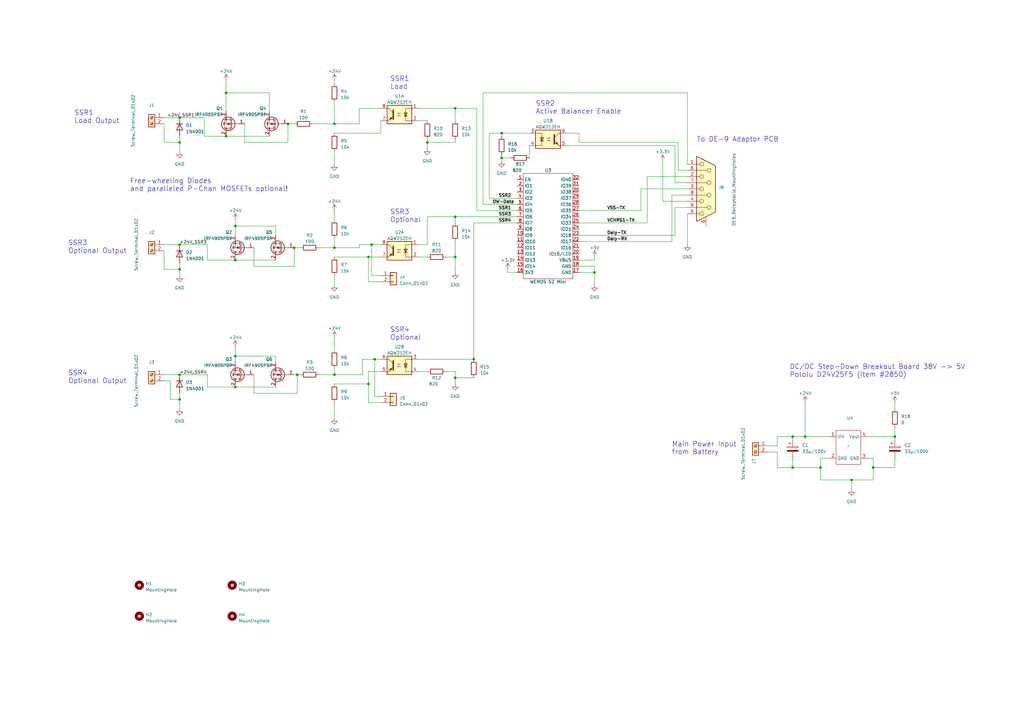
<source format=kicad_sch>
(kicad_sch (version 20230121) (generator eeschema)

  (uuid fe132da3-8fed-45aa-8217-33917d08a4a1)

  (paper "A3")

  (title_block
    (date "2023-03-20")
  )

  (lib_symbols
    (symbol "Connector:DE9_Receptacle_MountingHoles" (pin_names (offset 1.016) hide) (in_bom yes) (on_board yes)
      (property "Reference" "J" (at 0 16.51 0)
        (effects (font (size 1.27 1.27)))
      )
      (property "Value" "DE9_Receptacle_MountingHoles" (at 0 14.605 0)
        (effects (font (size 1.27 1.27)))
      )
      (property "Footprint" "" (at 0 0 0)
        (effects (font (size 1.27 1.27)) hide)
      )
      (property "Datasheet" " ~" (at 0 0 0)
        (effects (font (size 1.27 1.27)) hide)
      )
      (property "ki_keywords" "connector receptacle female D-SUB DB9" (at 0 0 0)
        (effects (font (size 1.27 1.27)) hide)
      )
      (property "ki_description" "9-pin female receptacle socket D-SUB connector, Mounting Hole" (at 0 0 0)
        (effects (font (size 1.27 1.27)) hide)
      )
      (property "ki_fp_filters" "DSUB*Female*" (at 0 0 0)
        (effects (font (size 1.27 1.27)) hide)
      )
      (symbol "DE9_Receptacle_MountingHoles_0_1"
        (circle (center -1.778 -10.16) (radius 0.762)
          (stroke (width 0) (type default))
          (fill (type none))
        )
        (circle (center -1.778 -5.08) (radius 0.762)
          (stroke (width 0) (type default))
          (fill (type none))
        )
        (circle (center -1.778 0) (radius 0.762)
          (stroke (width 0) (type default))
          (fill (type none))
        )
        (circle (center -1.778 5.08) (radius 0.762)
          (stroke (width 0) (type default))
          (fill (type none))
        )
        (circle (center -1.778 10.16) (radius 0.762)
          (stroke (width 0) (type default))
          (fill (type none))
        )
        (polyline
          (pts
            (xy -3.81 -10.16)
            (xy -2.54 -10.16)
          )
          (stroke (width 0) (type default))
          (fill (type none))
        )
        (polyline
          (pts
            (xy -3.81 -7.62)
            (xy 0.508 -7.62)
          )
          (stroke (width 0) (type default))
          (fill (type none))
        )
        (polyline
          (pts
            (xy -3.81 -5.08)
            (xy -2.54 -5.08)
          )
          (stroke (width 0) (type default))
          (fill (type none))
        )
        (polyline
          (pts
            (xy -3.81 -2.54)
            (xy 0.508 -2.54)
          )
          (stroke (width 0) (type default))
          (fill (type none))
        )
        (polyline
          (pts
            (xy -3.81 0)
            (xy -2.54 0)
          )
          (stroke (width 0) (type default))
          (fill (type none))
        )
        (polyline
          (pts
            (xy -3.81 2.54)
            (xy 0.508 2.54)
          )
          (stroke (width 0) (type default))
          (fill (type none))
        )
        (polyline
          (pts
            (xy -3.81 5.08)
            (xy -2.54 5.08)
          )
          (stroke (width 0) (type default))
          (fill (type none))
        )
        (polyline
          (pts
            (xy -3.81 7.62)
            (xy 0.508 7.62)
          )
          (stroke (width 0) (type default))
          (fill (type none))
        )
        (polyline
          (pts
            (xy -3.81 10.16)
            (xy -2.54 10.16)
          )
          (stroke (width 0) (type default))
          (fill (type none))
        )
        (polyline
          (pts
            (xy -3.81 13.335)
            (xy -3.81 -13.335)
            (xy 3.81 -9.525)
            (xy 3.81 9.525)
            (xy -3.81 13.335)
          )
          (stroke (width 0.254) (type default))
          (fill (type background))
        )
        (circle (center 1.27 -7.62) (radius 0.762)
          (stroke (width 0) (type default))
          (fill (type none))
        )
        (circle (center 1.27 -2.54) (radius 0.762)
          (stroke (width 0) (type default))
          (fill (type none))
        )
        (circle (center 1.27 2.54) (radius 0.762)
          (stroke (width 0) (type default))
          (fill (type none))
        )
        (circle (center 1.27 7.62) (radius 0.762)
          (stroke (width 0) (type default))
          (fill (type none))
        )
      )
      (symbol "DE9_Receptacle_MountingHoles_1_1"
        (pin passive line (at 0 -15.24 90) (length 3.81)
          (name "PAD" (effects (font (size 1.27 1.27))))
          (number "0" (effects (font (size 1.27 1.27))))
        )
        (pin passive line (at -7.62 10.16 0) (length 3.81)
          (name "1" (effects (font (size 1.27 1.27))))
          (number "1" (effects (font (size 1.27 1.27))))
        )
        (pin passive line (at -7.62 5.08 0) (length 3.81)
          (name "2" (effects (font (size 1.27 1.27))))
          (number "2" (effects (font (size 1.27 1.27))))
        )
        (pin passive line (at -7.62 0 0) (length 3.81)
          (name "3" (effects (font (size 1.27 1.27))))
          (number "3" (effects (font (size 1.27 1.27))))
        )
        (pin passive line (at -7.62 -5.08 0) (length 3.81)
          (name "4" (effects (font (size 1.27 1.27))))
          (number "4" (effects (font (size 1.27 1.27))))
        )
        (pin passive line (at -7.62 -10.16 0) (length 3.81)
          (name "5" (effects (font (size 1.27 1.27))))
          (number "5" (effects (font (size 1.27 1.27))))
        )
        (pin passive line (at -7.62 7.62 0) (length 3.81)
          (name "6" (effects (font (size 1.27 1.27))))
          (number "6" (effects (font (size 1.27 1.27))))
        )
        (pin passive line (at -7.62 2.54 0) (length 3.81)
          (name "7" (effects (font (size 1.27 1.27))))
          (number "7" (effects (font (size 1.27 1.27))))
        )
        (pin passive line (at -7.62 -2.54 0) (length 3.81)
          (name "8" (effects (font (size 1.27 1.27))))
          (number "8" (effects (font (size 1.27 1.27))))
        )
        (pin passive line (at -7.62 -7.62 0) (length 3.81)
          (name "9" (effects (font (size 1.27 1.27))))
          (number "9" (effects (font (size 1.27 1.27))))
        )
      )
    )
    (symbol "Connector:Screw_Terminal_01x02" (pin_names (offset 1.016) hide) (in_bom yes) (on_board yes)
      (property "Reference" "J" (at 0 2.54 0)
        (effects (font (size 1.27 1.27)))
      )
      (property "Value" "Screw_Terminal_01x02" (at 0 -5.08 0)
        (effects (font (size 1.27 1.27)))
      )
      (property "Footprint" "" (at 0 0 0)
        (effects (font (size 1.27 1.27)) hide)
      )
      (property "Datasheet" "~" (at 0 0 0)
        (effects (font (size 1.27 1.27)) hide)
      )
      (property "ki_keywords" "screw terminal" (at 0 0 0)
        (effects (font (size 1.27 1.27)) hide)
      )
      (property "ki_description" "Generic screw terminal, single row, 01x02, script generated (kicad-library-utils/schlib/autogen/connector/)" (at 0 0 0)
        (effects (font (size 1.27 1.27)) hide)
      )
      (property "ki_fp_filters" "TerminalBlock*:*" (at 0 0 0)
        (effects (font (size 1.27 1.27)) hide)
      )
      (symbol "Screw_Terminal_01x02_1_1"
        (rectangle (start -1.27 1.27) (end 1.27 -3.81)
          (stroke (width 0.254) (type default))
          (fill (type background))
        )
        (circle (center 0 -2.54) (radius 0.635)
          (stroke (width 0.1524) (type default))
          (fill (type none))
        )
        (polyline
          (pts
            (xy -0.5334 -2.2098)
            (xy 0.3302 -3.048)
          )
          (stroke (width 0.1524) (type default))
          (fill (type none))
        )
        (polyline
          (pts
            (xy -0.5334 0.3302)
            (xy 0.3302 -0.508)
          )
          (stroke (width 0.1524) (type default))
          (fill (type none))
        )
        (polyline
          (pts
            (xy -0.3556 -2.032)
            (xy 0.508 -2.8702)
          )
          (stroke (width 0.1524) (type default))
          (fill (type none))
        )
        (polyline
          (pts
            (xy -0.3556 0.508)
            (xy 0.508 -0.3302)
          )
          (stroke (width 0.1524) (type default))
          (fill (type none))
        )
        (circle (center 0 0) (radius 0.635)
          (stroke (width 0.1524) (type default))
          (fill (type none))
        )
        (pin passive line (at -5.08 0 0) (length 3.81)
          (name "Pin_1" (effects (font (size 1.27 1.27))))
          (number "1" (effects (font (size 1.27 1.27))))
        )
        (pin passive line (at -5.08 -2.54 0) (length 3.81)
          (name "Pin_2" (effects (font (size 1.27 1.27))))
          (number "2" (effects (font (size 1.27 1.27))))
        )
      )
    )
    (symbol "Connector_Generic:Conn_01x02" (pin_names (offset 1.016) hide) (in_bom yes) (on_board yes)
      (property "Reference" "J" (at 0 2.54 0)
        (effects (font (size 1.27 1.27)))
      )
      (property "Value" "Conn_01x02" (at 0 -5.08 0)
        (effects (font (size 1.27 1.27)))
      )
      (property "Footprint" "" (at 0 0 0)
        (effects (font (size 1.27 1.27)) hide)
      )
      (property "Datasheet" "~" (at 0 0 0)
        (effects (font (size 1.27 1.27)) hide)
      )
      (property "ki_keywords" "connector" (at 0 0 0)
        (effects (font (size 1.27 1.27)) hide)
      )
      (property "ki_description" "Generic connector, single row, 01x02, script generated (kicad-library-utils/schlib/autogen/connector/)" (at 0 0 0)
        (effects (font (size 1.27 1.27)) hide)
      )
      (property "ki_fp_filters" "Connector*:*_1x??_*" (at 0 0 0)
        (effects (font (size 1.27 1.27)) hide)
      )
      (symbol "Conn_01x02_1_1"
        (rectangle (start -1.27 -2.413) (end 0 -2.667)
          (stroke (width 0.1524) (type default))
          (fill (type none))
        )
        (rectangle (start -1.27 0.127) (end 0 -0.127)
          (stroke (width 0.1524) (type default))
          (fill (type none))
        )
        (rectangle (start -1.27 1.27) (end 1.27 -3.81)
          (stroke (width 0.254) (type default))
          (fill (type background))
        )
        (pin passive line (at -5.08 0 0) (length 3.81)
          (name "Pin_1" (effects (font (size 1.27 1.27))))
          (number "1" (effects (font (size 1.27 1.27))))
        )
        (pin passive line (at -5.08 -2.54 0) (length 3.81)
          (name "Pin_2" (effects (font (size 1.27 1.27))))
          (number "2" (effects (font (size 1.27 1.27))))
        )
      )
    )
    (symbol "Device:C_Polarized" (pin_numbers hide) (pin_names (offset 0.254)) (in_bom yes) (on_board yes)
      (property "Reference" "C" (at 0.635 2.54 0)
        (effects (font (size 1.27 1.27)) (justify left))
      )
      (property "Value" "C_Polarized" (at 0.635 -2.54 0)
        (effects (font (size 1.27 1.27)) (justify left))
      )
      (property "Footprint" "" (at 0.9652 -3.81 0)
        (effects (font (size 1.27 1.27)) hide)
      )
      (property "Datasheet" "~" (at 0 0 0)
        (effects (font (size 1.27 1.27)) hide)
      )
      (property "ki_keywords" "cap capacitor" (at 0 0 0)
        (effects (font (size 1.27 1.27)) hide)
      )
      (property "ki_description" "Polarized capacitor" (at 0 0 0)
        (effects (font (size 1.27 1.27)) hide)
      )
      (property "ki_fp_filters" "CP_*" (at 0 0 0)
        (effects (font (size 1.27 1.27)) hide)
      )
      (symbol "C_Polarized_0_1"
        (rectangle (start -2.286 0.508) (end 2.286 1.016)
          (stroke (width 0) (type default))
          (fill (type none))
        )
        (polyline
          (pts
            (xy -1.778 2.286)
            (xy -0.762 2.286)
          )
          (stroke (width 0) (type default))
          (fill (type none))
        )
        (polyline
          (pts
            (xy -1.27 2.794)
            (xy -1.27 1.778)
          )
          (stroke (width 0) (type default))
          (fill (type none))
        )
        (rectangle (start 2.286 -0.508) (end -2.286 -1.016)
          (stroke (width 0) (type default))
          (fill (type outline))
        )
      )
      (symbol "C_Polarized_1_1"
        (pin passive line (at 0 3.81 270) (length 2.794)
          (name "~" (effects (font (size 1.27 1.27))))
          (number "1" (effects (font (size 1.27 1.27))))
        )
        (pin passive line (at 0 -3.81 90) (length 2.794)
          (name "~" (effects (font (size 1.27 1.27))))
          (number "2" (effects (font (size 1.27 1.27))))
        )
      )
    )
    (symbol "Device:Q_PMOS_GDS" (pin_names (offset 0) hide) (in_bom yes) (on_board yes)
      (property "Reference" "Q" (at 5.08 1.27 0)
        (effects (font (size 1.27 1.27)) (justify left))
      )
      (property "Value" "Q_PMOS_GDS" (at 5.08 -1.27 0)
        (effects (font (size 1.27 1.27)) (justify left))
      )
      (property "Footprint" "" (at 5.08 2.54 0)
        (effects (font (size 1.27 1.27)) hide)
      )
      (property "Datasheet" "~" (at 0 0 0)
        (effects (font (size 1.27 1.27)) hide)
      )
      (property "ki_keywords" "transistor PMOS P-MOS P-MOSFET" (at 0 0 0)
        (effects (font (size 1.27 1.27)) hide)
      )
      (property "ki_description" "P-MOSFET transistor, gate/drain/source" (at 0 0 0)
        (effects (font (size 1.27 1.27)) hide)
      )
      (symbol "Q_PMOS_GDS_0_1"
        (polyline
          (pts
            (xy 0.254 0)
            (xy -2.54 0)
          )
          (stroke (width 0) (type default))
          (fill (type none))
        )
        (polyline
          (pts
            (xy 0.254 1.905)
            (xy 0.254 -1.905)
          )
          (stroke (width 0.254) (type default))
          (fill (type none))
        )
        (polyline
          (pts
            (xy 0.762 -1.27)
            (xy 0.762 -2.286)
          )
          (stroke (width 0.254) (type default))
          (fill (type none))
        )
        (polyline
          (pts
            (xy 0.762 0.508)
            (xy 0.762 -0.508)
          )
          (stroke (width 0.254) (type default))
          (fill (type none))
        )
        (polyline
          (pts
            (xy 0.762 2.286)
            (xy 0.762 1.27)
          )
          (stroke (width 0.254) (type default))
          (fill (type none))
        )
        (polyline
          (pts
            (xy 2.54 2.54)
            (xy 2.54 1.778)
          )
          (stroke (width 0) (type default))
          (fill (type none))
        )
        (polyline
          (pts
            (xy 2.54 -2.54)
            (xy 2.54 0)
            (xy 0.762 0)
          )
          (stroke (width 0) (type default))
          (fill (type none))
        )
        (polyline
          (pts
            (xy 0.762 1.778)
            (xy 3.302 1.778)
            (xy 3.302 -1.778)
            (xy 0.762 -1.778)
          )
          (stroke (width 0) (type default))
          (fill (type none))
        )
        (polyline
          (pts
            (xy 2.286 0)
            (xy 1.27 0.381)
            (xy 1.27 -0.381)
            (xy 2.286 0)
          )
          (stroke (width 0) (type default))
          (fill (type outline))
        )
        (polyline
          (pts
            (xy 2.794 -0.508)
            (xy 2.921 -0.381)
            (xy 3.683 -0.381)
            (xy 3.81 -0.254)
          )
          (stroke (width 0) (type default))
          (fill (type none))
        )
        (polyline
          (pts
            (xy 3.302 -0.381)
            (xy 2.921 0.254)
            (xy 3.683 0.254)
            (xy 3.302 -0.381)
          )
          (stroke (width 0) (type default))
          (fill (type none))
        )
        (circle (center 1.651 0) (radius 2.794)
          (stroke (width 0.254) (type default))
          (fill (type none))
        )
        (circle (center 2.54 -1.778) (radius 0.254)
          (stroke (width 0) (type default))
          (fill (type outline))
        )
        (circle (center 2.54 1.778) (radius 0.254)
          (stroke (width 0) (type default))
          (fill (type outline))
        )
      )
      (symbol "Q_PMOS_GDS_1_1"
        (pin input line (at -5.08 0 0) (length 2.54)
          (name "G" (effects (font (size 1.27 1.27))))
          (number "1" (effects (font (size 1.27 1.27))))
        )
        (pin passive line (at 2.54 5.08 270) (length 2.54)
          (name "D" (effects (font (size 1.27 1.27))))
          (number "2" (effects (font (size 1.27 1.27))))
        )
        (pin passive line (at 2.54 -5.08 90) (length 2.54)
          (name "S" (effects (font (size 1.27 1.27))))
          (number "3" (effects (font (size 1.27 1.27))))
        )
      )
    )
    (symbol "Device:R" (pin_numbers hide) (pin_names (offset 0)) (in_bom yes) (on_board yes)
      (property "Reference" "R" (at 2.032 0 90)
        (effects (font (size 1.27 1.27)))
      )
      (property "Value" "R" (at 0 0 90)
        (effects (font (size 1.27 1.27)))
      )
      (property "Footprint" "" (at -1.778 0 90)
        (effects (font (size 1.27 1.27)) hide)
      )
      (property "Datasheet" "~" (at 0 0 0)
        (effects (font (size 1.27 1.27)) hide)
      )
      (property "ki_keywords" "R res resistor" (at 0 0 0)
        (effects (font (size 1.27 1.27)) hide)
      )
      (property "ki_description" "Resistor" (at 0 0 0)
        (effects (font (size 1.27 1.27)) hide)
      )
      (property "ki_fp_filters" "R_*" (at 0 0 0)
        (effects (font (size 1.27 1.27)) hide)
      )
      (symbol "R_0_1"
        (rectangle (start -1.016 -2.54) (end 1.016 2.54)
          (stroke (width 0.254) (type default))
          (fill (type none))
        )
      )
      (symbol "R_1_1"
        (pin passive line (at 0 3.81 270) (length 1.27)
          (name "~" (effects (font (size 1.27 1.27))))
          (number "1" (effects (font (size 1.27 1.27))))
        )
        (pin passive line (at 0 -3.81 90) (length 1.27)
          (name "~" (effects (font (size 1.27 1.27))))
          (number "2" (effects (font (size 1.27 1.27))))
        )
      )
    )
    (symbol "Diode:1N4001" (pin_numbers hide) (pin_names hide) (in_bom yes) (on_board yes)
      (property "Reference" "D" (at 0 2.54 0)
        (effects (font (size 1.27 1.27)))
      )
      (property "Value" "1N4001" (at 0 -2.54 0)
        (effects (font (size 1.27 1.27)))
      )
      (property "Footprint" "Diode_THT:D_DO-41_SOD81_P10.16mm_Horizontal" (at 0 0 0)
        (effects (font (size 1.27 1.27)) hide)
      )
      (property "Datasheet" "http://www.vishay.com/docs/88503/1n4001.pdf" (at 0 0 0)
        (effects (font (size 1.27 1.27)) hide)
      )
      (property "Sim.Device" "D" (at 0 0 0)
        (effects (font (size 1.27 1.27)) hide)
      )
      (property "Sim.Pins" "1=K 2=A" (at 0 0 0)
        (effects (font (size 1.27 1.27)) hide)
      )
      (property "ki_keywords" "diode" (at 0 0 0)
        (effects (font (size 1.27 1.27)) hide)
      )
      (property "ki_description" "50V 1A General Purpose Rectifier Diode, DO-41" (at 0 0 0)
        (effects (font (size 1.27 1.27)) hide)
      )
      (property "ki_fp_filters" "D*DO?41*" (at 0 0 0)
        (effects (font (size 1.27 1.27)) hide)
      )
      (symbol "1N4001_0_1"
        (polyline
          (pts
            (xy -1.27 1.27)
            (xy -1.27 -1.27)
          )
          (stroke (width 0.254) (type default))
          (fill (type none))
        )
        (polyline
          (pts
            (xy 1.27 0)
            (xy -1.27 0)
          )
          (stroke (width 0) (type default))
          (fill (type none))
        )
        (polyline
          (pts
            (xy 1.27 1.27)
            (xy 1.27 -1.27)
            (xy -1.27 0)
            (xy 1.27 1.27)
          )
          (stroke (width 0.254) (type default))
          (fill (type none))
        )
      )
      (symbol "1N4001_1_1"
        (pin passive line (at -3.81 0 0) (length 2.54)
          (name "K" (effects (font (size 1.27 1.27))))
          (number "1" (effects (font (size 1.27 1.27))))
        )
        (pin passive line (at 3.81 0 180) (length 2.54)
          (name "A" (effects (font (size 1.27 1.27))))
          (number "2" (effects (font (size 1.27 1.27))))
        )
      )
    )
    (symbol "Mechanical:MountingHole" (pin_names (offset 1.016)) (in_bom yes) (on_board yes)
      (property "Reference" "H" (at 0 5.08 0)
        (effects (font (size 1.27 1.27)))
      )
      (property "Value" "MountingHole" (at 0 3.175 0)
        (effects (font (size 1.27 1.27)))
      )
      (property "Footprint" "" (at 0 0 0)
        (effects (font (size 1.27 1.27)) hide)
      )
      (property "Datasheet" "~" (at 0 0 0)
        (effects (font (size 1.27 1.27)) hide)
      )
      (property "ki_keywords" "mounting hole" (at 0 0 0)
        (effects (font (size 1.27 1.27)) hide)
      )
      (property "ki_description" "Mounting Hole without connection" (at 0 0 0)
        (effects (font (size 1.27 1.27)) hide)
      )
      (property "ki_fp_filters" "MountingHole*" (at 0 0 0)
        (effects (font (size 1.27 1.27)) hide)
      )
      (symbol "MountingHole_0_1"
        (circle (center 0 0) (radius 1.27)
          (stroke (width 1.27) (type default))
          (fill (type none))
        )
      )
    )
    (symbol "power:+24V" (power) (pin_names (offset 0)) (in_bom yes) (on_board yes)
      (property "Reference" "#PWR" (at 0 -3.81 0)
        (effects (font (size 1.27 1.27)) hide)
      )
      (property "Value" "+24V" (at 0 3.556 0)
        (effects (font (size 1.27 1.27)))
      )
      (property "Footprint" "" (at 0 0 0)
        (effects (font (size 1.27 1.27)) hide)
      )
      (property "Datasheet" "" (at 0 0 0)
        (effects (font (size 1.27 1.27)) hide)
      )
      (property "ki_keywords" "global power" (at 0 0 0)
        (effects (font (size 1.27 1.27)) hide)
      )
      (property "ki_description" "Power symbol creates a global label with name \"+24V\"" (at 0 0 0)
        (effects (font (size 1.27 1.27)) hide)
      )
      (symbol "+24V_0_1"
        (polyline
          (pts
            (xy -0.762 1.27)
            (xy 0 2.54)
          )
          (stroke (width 0) (type default))
          (fill (type none))
        )
        (polyline
          (pts
            (xy 0 0)
            (xy 0 2.54)
          )
          (stroke (width 0) (type default))
          (fill (type none))
        )
        (polyline
          (pts
            (xy 0 2.54)
            (xy 0.762 1.27)
          )
          (stroke (width 0) (type default))
          (fill (type none))
        )
      )
      (symbol "+24V_1_1"
        (pin power_in line (at 0 0 90) (length 0) hide
          (name "+24V" (effects (font (size 1.27 1.27))))
          (number "1" (effects (font (size 1.27 1.27))))
        )
      )
    )
    (symbol "power:+3.3V" (power) (pin_names (offset 0)) (in_bom yes) (on_board yes)
      (property "Reference" "#PWR" (at 0 -3.81 0)
        (effects (font (size 1.27 1.27)) hide)
      )
      (property "Value" "+3.3V" (at 0 3.556 0)
        (effects (font (size 1.27 1.27)))
      )
      (property "Footprint" "" (at 0 0 0)
        (effects (font (size 1.27 1.27)) hide)
      )
      (property "Datasheet" "" (at 0 0 0)
        (effects (font (size 1.27 1.27)) hide)
      )
      (property "ki_keywords" "global power" (at 0 0 0)
        (effects (font (size 1.27 1.27)) hide)
      )
      (property "ki_description" "Power symbol creates a global label with name \"+3.3V\"" (at 0 0 0)
        (effects (font (size 1.27 1.27)) hide)
      )
      (symbol "+3.3V_0_1"
        (polyline
          (pts
            (xy -0.762 1.27)
            (xy 0 2.54)
          )
          (stroke (width 0) (type default))
          (fill (type none))
        )
        (polyline
          (pts
            (xy 0 0)
            (xy 0 2.54)
          )
          (stroke (width 0) (type default))
          (fill (type none))
        )
        (polyline
          (pts
            (xy 0 2.54)
            (xy 0.762 1.27)
          )
          (stroke (width 0) (type default))
          (fill (type none))
        )
      )
      (symbol "+3.3V_1_1"
        (pin power_in line (at 0 0 90) (length 0) hide
          (name "+3.3V" (effects (font (size 1.27 1.27))))
          (number "1" (effects (font (size 1.27 1.27))))
        )
      )
    )
    (symbol "power:+5V" (power) (pin_names (offset 0)) (in_bom yes) (on_board yes)
      (property "Reference" "#PWR" (at 0 -3.81 0)
        (effects (font (size 1.27 1.27)) hide)
      )
      (property "Value" "+5V" (at 0 3.556 0)
        (effects (font (size 1.27 1.27)))
      )
      (property "Footprint" "" (at 0 0 0)
        (effects (font (size 1.27 1.27)) hide)
      )
      (property "Datasheet" "" (at 0 0 0)
        (effects (font (size 1.27 1.27)) hide)
      )
      (property "ki_keywords" "global power" (at 0 0 0)
        (effects (font (size 1.27 1.27)) hide)
      )
      (property "ki_description" "Power symbol creates a global label with name \"+5V\"" (at 0 0 0)
        (effects (font (size 1.27 1.27)) hide)
      )
      (symbol "+5V_0_1"
        (polyline
          (pts
            (xy -0.762 1.27)
            (xy 0 2.54)
          )
          (stroke (width 0) (type default))
          (fill (type none))
        )
        (polyline
          (pts
            (xy 0 0)
            (xy 0 2.54)
          )
          (stroke (width 0) (type default))
          (fill (type none))
        )
        (polyline
          (pts
            (xy 0 2.54)
            (xy 0.762 1.27)
          )
          (stroke (width 0) (type default))
          (fill (type none))
        )
      )
      (symbol "+5V_1_1"
        (pin power_in line (at 0 0 90) (length 0) hide
          (name "+5V" (effects (font (size 1.27 1.27))))
          (number "1" (effects (font (size 1.27 1.27))))
        )
      )
    )
    (symbol "power:GND" (power) (pin_names (offset 0)) (in_bom yes) (on_board yes)
      (property "Reference" "#PWR" (at 0 -6.35 0)
        (effects (font (size 1.27 1.27)) hide)
      )
      (property "Value" "GND" (at 0 -3.81 0)
        (effects (font (size 1.27 1.27)))
      )
      (property "Footprint" "" (at 0 0 0)
        (effects (font (size 1.27 1.27)) hide)
      )
      (property "Datasheet" "" (at 0 0 0)
        (effects (font (size 1.27 1.27)) hide)
      )
      (property "ki_keywords" "global power" (at 0 0 0)
        (effects (font (size 1.27 1.27)) hide)
      )
      (property "ki_description" "Power symbol creates a global label with name \"GND\" , ground" (at 0 0 0)
        (effects (font (size 1.27 1.27)) hide)
      )
      (symbol "GND_0_1"
        (polyline
          (pts
            (xy 0 0)
            (xy 0 -1.27)
            (xy 1.27 -1.27)
            (xy 0 -2.54)
            (xy -1.27 -1.27)
            (xy 0 -1.27)
          )
          (stroke (width 0) (type default))
          (fill (type none))
        )
      )
      (symbol "GND_1_1"
        (pin power_in line (at 0 0 270) (length 0) hide
          (name "GND" (effects (font (size 1.27 1.27))))
          (number "1" (effects (font (size 1.27 1.27))))
        )
      )
    )
    (symbol "proj-lib:AQW212EH" (pin_names (offset 1.016)) (in_bom yes) (on_board yes)
      (property "Reference" "U1" (at 0 7.62 0)
        (effects (font (size 1.27 1.27)))
      )
      (property "Value" "AQW212EH" (at 0 5.08 0)
        (effects (font (size 1.27 1.27)))
      )
      (property "Footprint" "Package_DIP:DIP-8_W7.62mm_Socket" (at -5.08 -5.08 0)
        (effects (font (size 1.27 1.27) italic) (justify left) hide)
      )
      (property "Datasheet" "https://industry.panasonic.eu/de/components/relays/relays/photomos-relays/photomos-ge-2-form/aqw212eh-aqw212eh" (at 0 0 0)
        (effects (font (size 1.27 1.27)) (justify left) hide)
      )
      (property "ki_keywords" "NPN DC Dual Optocoupler" (at 0 0 0)
        (effects (font (size 1.27 1.27)) hide)
      )
      (property "ki_description" "Dual Optocoupler, NPN Phototransistor Output, TTL compatible, DIP8/SMD8" (at 0 0 0)
        (effects (font (size 1.27 1.27)) hide)
      )
      (property "ki_fp_filters" "DIP*W7.62mm* DIP*W10.16mm* SMDIP*W9.53mm*Clearance8mm*" (at 0 0 0)
        (effects (font (size 1.27 1.27)) hide)
      )
      (symbol "AQW212EH_0_1"
        (rectangle (start -5.08 3.81) (end 5.08 -3.81)
          (stroke (width 0.254) (type default))
          (fill (type background))
        )
        (polyline
          (pts
            (xy -3.175 -0.635)
            (xy -1.905 -0.635)
          )
          (stroke (width 0.254) (type default))
          (fill (type none))
        )
        (polyline
          (pts
            (xy 2.54 0.635)
            (xy 4.445 2.54)
          )
          (stroke (width 0) (type default))
          (fill (type none))
        )
        (polyline
          (pts
            (xy 4.445 -2.54)
            (xy 2.54 -0.635)
          )
          (stroke (width 0) (type default))
          (fill (type outline))
        )
        (polyline
          (pts
            (xy 4.445 -2.54)
            (xy 5.08 -2.54)
          )
          (stroke (width 0) (type default))
          (fill (type none))
        )
        (polyline
          (pts
            (xy 4.445 2.54)
            (xy 5.08 2.54)
          )
          (stroke (width 0) (type default))
          (fill (type none))
        )
        (polyline
          (pts
            (xy -5.08 2.54)
            (xy -2.54 2.54)
            (xy -2.54 0.635)
          )
          (stroke (width 0) (type default))
          (fill (type none))
        )
        (polyline
          (pts
            (xy 2.54 1.905)
            (xy 2.54 -1.905)
            (xy 2.54 -1.905)
          )
          (stroke (width 0.508) (type default))
          (fill (type none))
        )
        (polyline
          (pts
            (xy -2.54 -0.635)
            (xy -3.175 0.635)
            (xy -1.905 0.635)
            (xy -2.54 -0.635)
          )
          (stroke (width 0.254) (type default))
          (fill (type none))
        )
        (polyline
          (pts
            (xy -2.54 -0.635)
            (xy -2.54 1.27)
            (xy -2.54 -2.54)
            (xy -5.08 -2.54)
          )
          (stroke (width 0) (type default))
          (fill (type none))
        )
        (polyline
          (pts
            (xy -0.508 -0.508)
            (xy 0.762 -0.508)
            (xy 0.381 -0.635)
            (xy 0.381 -0.381)
            (xy 0.762 -0.508)
          )
          (stroke (width 0) (type default))
          (fill (type none))
        )
        (polyline
          (pts
            (xy -0.508 0.508)
            (xy 0.762 0.508)
            (xy 0.381 0.381)
            (xy 0.381 0.635)
            (xy 0.762 0.508)
          )
          (stroke (width 0) (type default))
          (fill (type none))
        )
        (polyline
          (pts
            (xy 3.048 -1.651)
            (xy 3.556 -1.143)
            (xy 4.064 -2.159)
            (xy 3.048 -1.651)
            (xy 3.048 -1.651)
          )
          (stroke (width 0) (type default))
          (fill (type outline))
        )
      )
      (symbol "AQW212EH_1_1"
        (pin passive line (at -7.62 2.54 0) (length 2.54)
          (name "~" (effects (font (size 1.27 1.27))))
          (number "1" (effects (font (size 1.27 1.27))))
        )
        (pin passive line (at -7.62 -2.54 0) (length 2.54)
          (name "~" (effects (font (size 1.27 1.27))))
          (number "2" (effects (font (size 1.27 1.27))))
        )
        (pin passive line (at 7.62 -2.54 180) (length 2.54)
          (name "~" (effects (font (size 1.27 1.27))))
          (number "7" (effects (font (size 1.27 1.27))))
        )
        (pin passive line (at 7.62 2.54 180) (length 2.54)
          (name "~" (effects (font (size 1.27 1.27))))
          (number "8" (effects (font (size 1.27 1.27))))
        )
      )
      (symbol "AQW212EH_2_1"
        (pin passive line (at -7.62 2.54 0) (length 2.54)
          (name "~" (effects (font (size 1.27 1.27))))
          (number "3" (effects (font (size 1.27 1.27))))
        )
        (pin passive line (at -7.62 -2.54 0) (length 2.54)
          (name "~" (effects (font (size 1.27 1.27))))
          (number "4" (effects (font (size 1.27 1.27))))
        )
        (pin passive line (at 7.62 -2.54 180) (length 2.54)
          (name "~" (effects (font (size 1.27 1.27))))
          (number "5" (effects (font (size 1.27 1.27))))
        )
        (pin passive line (at 7.62 2.54 180) (length 2.54)
          (name "~" (effects (font (size 1.27 1.27))))
          (number "6" (effects (font (size 1.27 1.27))))
        )
      )
    )
    (symbol "proj-lib:Pololu_D24V25F5" (in_bom yes) (on_board yes)
      (property "Reference" "U" (at -3.81 7.62 0)
        (effects (font (size 1.27 1.27)))
      )
      (property "Value" "Pololu_D24V25F5" (at 0 -8.89 0)
        (effects (font (size 1.27 1.27)))
      )
      (property "Footprint" "" (at 0 0 0)
        (effects (font (size 1.27 1.27)) hide)
      )
      (property "Datasheet" "" (at 0 0 0)
        (effects (font (size 1.27 1.27)) hide)
      )
      (symbol "Pololu_D24V25F5_0_1"
        (rectangle (start -5.08 6.35) (end 5.08 -7.62)
          (stroke (width 0) (type default))
          (fill (type none))
        )
      )
      (symbol "Pololu_D24V25F5_1_1"
        (pin power_in line (at -7.62 3.81 0) (length 2.54)
          (name "Vin" (effects (font (size 1.27 1.27))))
          (number "1" (effects (font (size 1.27 1.27))))
        )
        (pin power_in line (at -7.62 -5.08 0) (length 2.54)
          (name "GND" (effects (font (size 1.27 1.27))))
          (number "2" (effects (font (size 1.27 1.27))))
        )
        (pin power_in line (at 7.62 -5.08 180) (length 2.54)
          (name "GND" (effects (font (size 1.27 1.27))))
          (number "3" (effects (font (size 1.27 1.27))))
        )
        (pin power_out line (at 7.62 3.81 180) (length 2.54)
          (name "Vout" (effects (font (size 1.27 1.27))))
          (number "4" (effects (font (size 1.27 1.27))))
        )
      )
    )
    (symbol "proj-lib:Wemos_S2_Mini" (in_bom yes) (on_board yes)
      (property "Reference" "U" (at 0 0 0)
        (effects (font (size 1.27 1.27)))
      )
      (property "Value" "" (at 0 0 0)
        (effects (font (size 1.27 1.27)))
      )
      (property "Footprint" "" (at 0 0 0)
        (effects (font (size 1.27 1.27)) hide)
      )
      (property "Datasheet" "" (at 0 0 0)
        (effects (font (size 1.27 1.27)) hide)
      )
      (symbol "Wemos_S2_Mini_0_1"
        (rectangle (start 10.16 15.24) (end -10.16 -27.94)
          (stroke (width 0) (type default))
          (fill (type none))
        )
      )
      (symbol "Wemos_S2_Mini_1_1"
        (pin passive line (at -12.7 12.7 0) (length 2.54)
          (name "EN" (effects (font (size 1.27 1.27))))
          (number "1" (effects (font (size 1.27 1.27))))
        )
        (pin passive line (at -12.7 -10.16 0) (length 2.54)
          (name "IO9" (effects (font (size 1.27 1.27))))
          (number "10" (effects (font (size 1.27 1.27))))
        )
        (pin passive line (at -12.7 -12.7 0) (length 2.54)
          (name "IO10" (effects (font (size 1.27 1.27))))
          (number "11" (effects (font (size 1.27 1.27))))
        )
        (pin passive line (at -12.7 -15.24 0) (length 2.54)
          (name "IO11" (effects (font (size 1.27 1.27))))
          (number "12" (effects (font (size 1.27 1.27))))
        )
        (pin passive line (at -12.7 -17.78 0) (length 2.54)
          (name "IO12" (effects (font (size 1.27 1.27))))
          (number "13" (effects (font (size 1.27 1.27))))
        )
        (pin passive line (at -12.7 -20.32 0) (length 2.54)
          (name "IO13" (effects (font (size 1.27 1.27))))
          (number "14" (effects (font (size 1.27 1.27))))
        )
        (pin passive line (at -12.7 -22.86 0) (length 2.54)
          (name "IO14" (effects (font (size 1.27 1.27))))
          (number "15" (effects (font (size 1.27 1.27))))
        )
        (pin power_out line (at -12.7 -25.4 0) (length 2.54)
          (name "3V3" (effects (font (size 1.27 1.27))))
          (number "16" (effects (font (size 1.27 1.27))))
        )
        (pin power_in line (at 12.7 -25.4 180) (length 2.54)
          (name "GND" (effects (font (size 1.27 1.27))))
          (number "17" (effects (font (size 1.27 1.27))))
        )
        (pin power_in line (at 12.7 -22.86 180) (length 2.54)
          (name "GND" (effects (font (size 1.27 1.27))))
          (number "18" (effects (font (size 1.27 1.27))))
        )
        (pin power_in line (at 12.7 -20.32 180) (length 2.54)
          (name "VBUS" (effects (font (size 1.27 1.27))))
          (number "19" (effects (font (size 1.27 1.27))))
        )
        (pin passive line (at -12.7 10.16 0) (length 2.54)
          (name "IO1" (effects (font (size 1.27 1.27))))
          (number "2" (effects (font (size 1.27 1.27))))
        )
        (pin passive line (at 12.7 -17.78 180) (length 2.54)
          (name "IO15/LED" (effects (font (size 1.27 1.27))))
          (number "20" (effects (font (size 1.27 1.27))))
        )
        (pin passive line (at 12.7 -15.24 180) (length 2.54)
          (name "IO16" (effects (font (size 1.27 1.27))))
          (number "21" (effects (font (size 1.27 1.27))))
        )
        (pin passive line (at 12.7 -12.7 180) (length 2.54)
          (name "IO17" (effects (font (size 1.27 1.27))))
          (number "22" (effects (font (size 1.27 1.27))))
        )
        (pin passive line (at 12.7 -10.16 180) (length 2.54)
          (name "IO18" (effects (font (size 1.27 1.27))))
          (number "23" (effects (font (size 1.27 1.27))))
        )
        (pin passive line (at 12.7 -7.62 180) (length 2.54)
          (name "IO21" (effects (font (size 1.27 1.27))))
          (number "24" (effects (font (size 1.27 1.27))))
        )
        (pin passive line (at 12.7 -5.08 180) (length 2.54)
          (name "IO33" (effects (font (size 1.27 1.27))))
          (number "25" (effects (font (size 1.27 1.27))))
        )
        (pin passive line (at 12.7 -2.54 180) (length 2.54)
          (name "IO34" (effects (font (size 1.27 1.27))))
          (number "26" (effects (font (size 1.27 1.27))))
        )
        (pin passive line (at 12.7 0 180) (length 2.54)
          (name "IO35" (effects (font (size 1.27 1.27))))
          (number "27" (effects (font (size 1.27 1.27))))
        )
        (pin passive line (at 12.7 2.54 180) (length 2.54)
          (name "IO36" (effects (font (size 1.27 1.27))))
          (number "28" (effects (font (size 1.27 1.27))))
        )
        (pin passive line (at 12.7 5.08 180) (length 2.54)
          (name "IO37" (effects (font (size 1.27 1.27))))
          (number "29" (effects (font (size 1.27 1.27))))
        )
        (pin passive line (at -12.7 7.62 0) (length 2.54)
          (name "IO2" (effects (font (size 1.27 1.27))))
          (number "3" (effects (font (size 1.27 1.27))))
        )
        (pin passive line (at 12.7 7.62 180) (length 2.54)
          (name "IO38" (effects (font (size 1.27 1.27))))
          (number "30" (effects (font (size 1.27 1.27))))
        )
        (pin passive line (at 12.7 10.16 180) (length 2.54)
          (name "IO39" (effects (font (size 1.27 1.27))))
          (number "31" (effects (font (size 1.27 1.27))))
        )
        (pin passive line (at 12.7 12.7 180) (length 2.54)
          (name "IO40" (effects (font (size 1.27 1.27))))
          (number "32" (effects (font (size 1.27 1.27))))
        )
        (pin passive line (at -12.7 5.08 0) (length 2.54)
          (name "IO3" (effects (font (size 1.27 1.27))))
          (number "4" (effects (font (size 1.27 1.27))))
        )
        (pin passive line (at -12.7 2.54 0) (length 2.54)
          (name "IO4" (effects (font (size 1.27 1.27))))
          (number "5" (effects (font (size 1.27 1.27))))
        )
        (pin passive line (at -12.7 0 0) (length 2.54)
          (name "IO5" (effects (font (size 1.27 1.27))))
          (number "6" (effects (font (size 1.27 1.27))))
        )
        (pin passive line (at -12.7 -2.54 0) (length 2.54)
          (name "IO6" (effects (font (size 1.27 1.27))))
          (number "7" (effects (font (size 1.27 1.27))))
        )
        (pin passive line (at -12.7 -5.08 0) (length 2.54)
          (name "IO7" (effects (font (size 1.27 1.27))))
          (number "8" (effects (font (size 1.27 1.27))))
        )
        (pin passive line (at -12.7 -7.62 0) (length 2.54)
          (name "IO8" (effects (font (size 1.27 1.27))))
          (number "9" (effects (font (size 1.27 1.27))))
        )
      )
    )
  )

  (junction (at 358.14 191.77) (diameter 0) (color 0 0 0 0)
    (uuid 01a85331-1f25-4b00-be13-ef697fe53225)
  )
  (junction (at 96.52 158.75) (diameter 0) (color 0 0 0 0)
    (uuid 06409b55-b5d5-4be8-bf75-af73310b0cfe)
  )
  (junction (at 186.69 105.41) (diameter 0) (color 0 0 0 0)
    (uuid 0bd38373-284e-42de-b93d-3f6616be180d)
  )
  (junction (at 194.31 147.32) (diameter 0) (color 0 0 0 0)
    (uuid 0d87f067-cde4-48ee-9362-9d5c133474b9)
  )
  (junction (at 186.69 44.45) (diameter 0) (color 0 0 0 0)
    (uuid 178de3b3-5558-4b52-bb08-374540aaa72f)
  )
  (junction (at 152.4 100.33) (diameter 0) (color 0 0 0 0)
    (uuid 1a535434-830b-4e52-b2f3-20a912bf4937)
  )
  (junction (at 325.12 191.77) (diameter 0) (color 0 0 0 0)
    (uuid 1a674c82-8641-4396-ac0f-fe054492f344)
  )
  (junction (at 73.66 100.33) (diameter 0) (color 0 0 0 0)
    (uuid 1ae97ae8-3d69-491a-98d7-5eb0b9736c2c)
  )
  (junction (at 243.84 111.76) (diameter 0) (color 0 0 0 0)
    (uuid 1cc43f35-42e0-4825-af6e-25e16743357a)
  )
  (junction (at 205.74 64.77) (diameter 0) (color 0 0 0 0)
    (uuid 1feb3a2b-13ff-4b5b-8737-f7547cc28d39)
  )
  (junction (at 73.66 110.49) (diameter 0) (color 0 0 0 0)
    (uuid 44df3cb5-26d8-4bc0-9628-cddd2b6bbe3a)
  )
  (junction (at 137.16 101.6) (diameter 0) (color 0 0 0 0)
    (uuid 472370fb-da6d-4a98-82b1-8d8ad22496c5)
  )
  (junction (at 175.26 58.42) (diameter 0) (color 0 0 0 0)
    (uuid 5207b05f-695a-4461-a729-c9803a40566f)
  )
  (junction (at 367.03 179.07) (diameter 0) (color 0 0 0 0)
    (uuid 581ce2b3-decb-438e-99f0-cd2e350f2f9a)
  )
  (junction (at 96.52 106.68) (diameter 0) (color 0 0 0 0)
    (uuid 5d4b0b79-3f0c-4946-8853-d6ff5e6ecda2)
  )
  (junction (at 137.16 153.67) (diameter 0) (color 0 0 0 0)
    (uuid 69eb8e74-4038-4846-94c1-8e551a5c4022)
  )
  (junction (at 153.67 147.32) (diameter 0) (color 0 0 0 0)
    (uuid 7a3be2f7-3d9b-459d-a3f5-4a296dd02f2a)
  )
  (junction (at 186.69 154.94) (diameter 0) (color 0 0 0 0)
    (uuid 824ccbd5-4088-4c1d-9ed0-d894a279eb2b)
  )
  (junction (at 330.2 179.07) (diameter 0) (color 0 0 0 0)
    (uuid 86643bcd-9733-4d96-98cc-2d00f9014ca8)
  )
  (junction (at 325.12 179.07) (diameter 0) (color 0 0 0 0)
    (uuid 889e76e4-541c-4aa0-beab-9e4262c99422)
  )
  (junction (at 151.13 105.41) (diameter 0) (color 0 0 0 0)
    (uuid 8d6cb5eb-8a52-4c24-bb91-4ef915748220)
  )
  (junction (at 92.71 38.1) (diameter 0) (color 0 0 0 0)
    (uuid 9a31247b-f3d5-444d-a47c-0398304d9104)
  )
  (junction (at 151.13 157.48) (diameter 0) (color 0 0 0 0)
    (uuid 9b8baebd-e6ac-4924-924f-83e241f3ef4d)
  )
  (junction (at 96.52 146.05) (diameter 0) (color 0 0 0 0)
    (uuid 9b91d228-d6d3-4b3c-b387-2025ad5e5642)
  )
  (junction (at 96.52 92.71) (diameter 0) (color 0 0 0 0)
    (uuid a82cefb6-3f67-4eea-9b5e-67adf40116db)
  )
  (junction (at 73.66 58.42) (diameter 0) (color 0 0 0 0)
    (uuid b790ddbb-7819-4618-a8d3-ff6fb731d337)
  )
  (junction (at 186.69 88.9) (diameter 0) (color 0 0 0 0)
    (uuid bd704864-10c0-4743-a6f4-a15bf20ceec1)
  )
  (junction (at 92.71 55.88) (diameter 0) (color 0 0 0 0)
    (uuid bf53555c-d516-4ac4-b370-1aa07f914d08)
  )
  (junction (at 349.25 196.85) (diameter 0) (color 0 0 0 0)
    (uuid ce6e5cf5-991d-44e0-b189-e837e952c0ed)
  )
  (junction (at 73.66 48.26) (diameter 0) (color 0 0 0 0)
    (uuid d19f8d49-e944-4d4e-a74f-63d41ab9a2b3)
  )
  (junction (at 73.66 153.67) (diameter 0) (color 0 0 0 0)
    (uuid d1f37cac-93dd-4be1-9451-2d78de06808b)
  )
  (junction (at 121.92 153.67) (diameter 0) (color 0 0 0 0)
    (uuid d2692503-aeae-41d0-b152-45983ef4d5e2)
  )
  (junction (at 120.65 101.6) (diameter 0) (color 0 0 0 0)
    (uuid d37b48f7-b441-42bd-bdcb-58d9063761e0)
  )
  (junction (at 118.11 50.8) (diameter 0) (color 0 0 0 0)
    (uuid d3e2e59a-09d3-4edb-a82d-7af379d5ae94)
  )
  (junction (at 137.16 50.8) (diameter 0) (color 0 0 0 0)
    (uuid d6ea1158-0471-4d3b-8514-087e0a47920e)
  )
  (junction (at 205.74 54.61) (diameter 0) (color 0 0 0 0)
    (uuid ece4c246-6b5d-411b-b716-d02aa3965a37)
  )
  (junction (at 336.55 191.77) (diameter 0) (color 0 0 0 0)
    (uuid f5642b1c-0a38-49b2-a0e0-f2f0c93dc0d0)
  )
  (junction (at 73.66 163.83) (diameter 0) (color 0 0 0 0)
    (uuid f6a5c4b6-ebaf-4d58-bbaa-77d340f83592)
  )

  (wire (pts (xy 281.94 67.31) (xy 281.94 38.1))
    (stroke (width 0) (type default))
    (uuid 0428b420-47ad-436b-aa2e-dc177a3b2eb2)
  )
  (wire (pts (xy 276.86 96.52) (xy 276.86 85.09))
    (stroke (width 0) (type default))
    (uuid 055aae03-f7fa-4629-bb8b-c87e287ad7bd)
  )
  (wire (pts (xy 73.66 100.33) (xy 85.09 100.33))
    (stroke (width 0) (type default))
    (uuid 078d5cc6-a649-4529-94ce-204347e17f90)
  )
  (wire (pts (xy 262.89 77.47) (xy 281.94 77.47))
    (stroke (width 0) (type default))
    (uuid 0a2b523f-cb25-4a63-b54d-5d2b7bee866d)
  )
  (wire (pts (xy 137.16 33.02) (xy 137.16 34.29))
    (stroke (width 0) (type default))
    (uuid 0c3c6531-50d9-4897-b50e-889c86048131)
  )
  (wire (pts (xy 265.43 91.44) (xy 265.43 72.39))
    (stroke (width 0) (type default))
    (uuid 0d84bc36-ca01-4541-a582-9637f1f74513)
  )
  (wire (pts (xy 92.71 55.88) (xy 110.49 55.88))
    (stroke (width 0) (type default))
    (uuid 14484477-1744-46d4-a047-70e33e731db6)
  )
  (wire (pts (xy 186.69 44.45) (xy 195.58 44.45))
    (stroke (width 0) (type default))
    (uuid 15a16c3c-89ed-47c9-af73-b2cf1e5e3919)
  )
  (wire (pts (xy 200.66 54.61) (xy 205.74 54.61))
    (stroke (width 0) (type default))
    (uuid 15e55363-58cd-43b9-a27a-8e59e5e589ff)
  )
  (wire (pts (xy 205.74 54.61) (xy 217.17 54.61))
    (stroke (width 0) (type default))
    (uuid 178366da-f30a-4e15-9aa8-30214dc64bb5)
  )
  (wire (pts (xy 186.69 99.06) (xy 186.69 105.41))
    (stroke (width 0) (type default))
    (uuid 1a75d071-04c9-403f-ba4f-1ade0b04f7fc)
  )
  (wire (pts (xy 349.25 196.85) (xy 349.25 200.66))
    (stroke (width 0) (type default))
    (uuid 1c4b2b8b-241c-4ccb-8e82-a83b33aac9e2)
  )
  (wire (pts (xy 137.16 153.67) (xy 148.59 153.67))
    (stroke (width 0) (type default))
    (uuid 1d4c9a9c-7fa1-454b-8a32-8e4ff90ecb67)
  )
  (wire (pts (xy 96.52 106.68) (xy 113.03 106.68))
    (stroke (width 0) (type default))
    (uuid 1e3b7207-8348-41be-8ee3-7156a4bd8509)
  )
  (wire (pts (xy 152.4 113.03) (xy 156.21 113.03))
    (stroke (width 0) (type default))
    (uuid 1ec22192-2ec9-40a7-8ac1-4177d7c307fc)
  )
  (wire (pts (xy 67.31 48.26) (xy 73.66 48.26))
    (stroke (width 0) (type default))
    (uuid 205a4f7f-2fb6-41a7-8f7b-f4e0f094d0e1)
  )
  (wire (pts (xy 205.74 63.5) (xy 205.74 64.77))
    (stroke (width 0) (type default))
    (uuid 215e3073-7b5a-4531-a6c5-2d29099cad99)
  )
  (wire (pts (xy 237.49 54.61) (xy 237.49 58.42))
    (stroke (width 0) (type default))
    (uuid 23f746f9-c0d7-4814-ab62-b1f9ce64e8b7)
  )
  (wire (pts (xy 200.66 81.28) (xy 200.66 54.61))
    (stroke (width 0) (type default))
    (uuid 24b8d151-30c8-4a42-83fd-f8090b4af529)
  )
  (wire (pts (xy 243.84 116.84) (xy 243.84 111.76))
    (stroke (width 0) (type default))
    (uuid 254c2066-1a31-4c82-a1dc-865114a2885d)
  )
  (wire (pts (xy 198.12 83.82) (xy 212.09 83.82))
    (stroke (width 0) (type default))
    (uuid 2569914f-f377-40f9-b268-8e98ea351be4)
  )
  (wire (pts (xy 137.16 138.43) (xy 137.16 143.51))
    (stroke (width 0) (type default))
    (uuid 2619c27d-dfc6-4d3c-8a36-93ddd85c77ff)
  )
  (wire (pts (xy 73.66 153.67) (xy 85.09 153.67))
    (stroke (width 0) (type default))
    (uuid 26fe665e-e10e-4d30-9823-3ef7096b00de)
  )
  (wire (pts (xy 212.09 81.28) (xy 200.66 81.28))
    (stroke (width 0) (type default))
    (uuid 28a59948-434f-4be3-909c-59f116ea01b5)
  )
  (wire (pts (xy 175.26 57.15) (xy 175.26 58.42))
    (stroke (width 0) (type default))
    (uuid 2c3ee53a-d08e-43c3-bb68-6ddc67a55cf0)
  )
  (wire (pts (xy 171.45 49.53) (xy 175.26 49.53))
    (stroke (width 0) (type default))
    (uuid 2c8e008e-3971-48e3-9a8a-414c4914fa95)
  )
  (wire (pts (xy 118.11 50.8) (xy 120.65 50.8))
    (stroke (width 0) (type default))
    (uuid 2c93e973-a2d7-4ecc-b51a-041445cc3dac)
  )
  (wire (pts (xy 73.66 55.88) (xy 73.66 58.42))
    (stroke (width 0) (type default))
    (uuid 2ce7b914-863c-4810-b6d0-f664ff4445e4)
  )
  (wire (pts (xy 121.92 161.29) (xy 121.92 153.67))
    (stroke (width 0) (type default))
    (uuid 2d30f19a-6052-49e2-9820-1717399310ae)
  )
  (wire (pts (xy 186.69 88.9) (xy 186.69 91.44))
    (stroke (width 0) (type default))
    (uuid 2e033b3c-7745-4c58-993c-85f10f1320ff)
  )
  (wire (pts (xy 275.59 80.01) (xy 275.59 99.06))
    (stroke (width 0) (type default))
    (uuid 2e1d8a80-9870-43b4-8c1a-d80e137482a4)
  )
  (wire (pts (xy 153.67 147.32) (xy 153.67 162.56))
    (stroke (width 0) (type default))
    (uuid 2ee2191f-d3e7-4846-b0ee-fe4711979b60)
  )
  (wire (pts (xy 205.74 64.77) (xy 209.55 64.77))
    (stroke (width 0) (type default))
    (uuid 308543bd-dd05-48b6-93ac-fb474972ad41)
  )
  (wire (pts (xy 367.03 175.26) (xy 367.03 179.07))
    (stroke (width 0) (type default))
    (uuid 30fb5ee1-b0d2-4c60-8c78-de5becc6227f)
  )
  (wire (pts (xy 336.55 187.96) (xy 340.36 187.96))
    (stroke (width 0) (type default))
    (uuid 3106fa06-55e8-4ce5-99cb-c283ef9f9899)
  )
  (wire (pts (xy 217.17 59.69) (xy 217.17 64.77))
    (stroke (width 0) (type default))
    (uuid 3207f68a-c6ac-4e46-9835-e2e101a00fd7)
  )
  (wire (pts (xy 278.13 58.42) (xy 278.13 69.85))
    (stroke (width 0) (type default))
    (uuid 34b82a28-7d7b-41f9-87ec-f3df4dd5e444)
  )
  (wire (pts (xy 137.16 105.41) (xy 151.13 105.41))
    (stroke (width 0) (type default))
    (uuid 35a110a9-c6cf-4da7-8dd4-8e49a9b26523)
  )
  (wire (pts (xy 67.31 102.87) (xy 67.31 110.49))
    (stroke (width 0) (type default))
    (uuid 38574f7b-17c6-4cb5-9351-b1db981a7a09)
  )
  (wire (pts (xy 151.13 105.41) (xy 156.21 105.41))
    (stroke (width 0) (type default))
    (uuid 3876be77-2bd9-493e-a22a-adeb206e43fc)
  )
  (wire (pts (xy 205.74 54.61) (xy 205.74 55.88))
    (stroke (width 0) (type default))
    (uuid 397d6b33-c129-47b1-8133-e86354d136d6)
  )
  (wire (pts (xy 85.09 100.33) (xy 85.09 106.68))
    (stroke (width 0) (type default))
    (uuid 3a7341c8-ebb5-43f7-aac9-6626d3d45874)
  )
  (wire (pts (xy 336.55 191.77) (xy 336.55 196.85))
    (stroke (width 0) (type default))
    (uuid 3e57a069-e7df-4707-a124-f911fd10e0b7)
  )
  (wire (pts (xy 73.66 163.83) (xy 73.66 167.64))
    (stroke (width 0) (type default))
    (uuid 40ca660b-3893-417b-ad0e-b88e4435f1e5)
  )
  (wire (pts (xy 151.13 152.4) (xy 151.13 157.48))
    (stroke (width 0) (type default))
    (uuid 41b3f7c0-e428-43f0-aeb9-5eba31109535)
  )
  (wire (pts (xy 330.2 179.07) (xy 340.36 179.07))
    (stroke (width 0) (type default))
    (uuid 42800986-ef66-4cb5-83a7-0e5058327085)
  )
  (wire (pts (xy 121.92 153.67) (xy 123.19 153.67))
    (stroke (width 0) (type default))
    (uuid 4791273a-4264-44eb-b022-cffafc20f840)
  )
  (wire (pts (xy 195.58 44.45) (xy 195.58 86.36))
    (stroke (width 0) (type default))
    (uuid 4909f17f-9d26-4d54-a023-3dc2e85aaa05)
  )
  (wire (pts (xy 243.84 111.76) (xy 237.49 111.76))
    (stroke (width 0) (type default))
    (uuid 49690933-5e36-419a-b4a3-9e28d34bc7db)
  )
  (wire (pts (xy 100.33 58.42) (xy 118.11 58.42))
    (stroke (width 0) (type default))
    (uuid 4abe5297-2aab-4f2a-826d-fe09b20a1808)
  )
  (wire (pts (xy 212.09 111.76) (xy 208.28 111.76))
    (stroke (width 0) (type default))
    (uuid 4c2d6eeb-d84d-46ac-8e6f-5e17ebdae7de)
  )
  (wire (pts (xy 137.16 101.6) (xy 147.32 101.6))
    (stroke (width 0) (type default))
    (uuid 4c6e2244-ee06-4669-9a36-7c9016956f09)
  )
  (wire (pts (xy 276.86 59.69) (xy 276.86 74.93))
    (stroke (width 0) (type default))
    (uuid 51768aea-e3e2-424d-9847-74c1fb0df7d7)
  )
  (wire (pts (xy 148.59 147.32) (xy 153.67 147.32))
    (stroke (width 0) (type default))
    (uuid 51c4d44a-5b2a-411e-9a9d-8e36ca9301d7)
  )
  (wire (pts (xy 67.31 58.42) (xy 73.66 58.42))
    (stroke (width 0) (type default))
    (uuid 52d0305f-66c3-4196-b305-9fe710327eaf)
  )
  (wire (pts (xy 100.33 50.8) (xy 100.33 58.42))
    (stroke (width 0) (type default))
    (uuid 52fcf731-950b-44bf-b429-23ed02c90444)
  )
  (wire (pts (xy 237.49 58.42) (xy 278.13 58.42))
    (stroke (width 0) (type default))
    (uuid 53413f9d-0ba6-4c79-b50c-468e5f7f92ac)
  )
  (wire (pts (xy 171.45 44.45) (xy 186.69 44.45))
    (stroke (width 0) (type default))
    (uuid 53e0ca5c-0f4f-4774-8d00-5039d5d4aaa4)
  )
  (wire (pts (xy 325.12 179.07) (xy 330.2 179.07))
    (stroke (width 0) (type default))
    (uuid 53fb2769-047c-48e5-9a0e-049ff6ef1d61)
  )
  (wire (pts (xy 175.26 88.9) (xy 175.26 100.33))
    (stroke (width 0) (type default))
    (uuid 545619ed-f6ea-430d-acf0-cb68746d1c44)
  )
  (wire (pts (xy 330.2 165.1) (xy 330.2 179.07))
    (stroke (width 0) (type default))
    (uuid 5535e39a-be49-46b3-8d86-4c694a31494a)
  )
  (wire (pts (xy 237.49 91.44) (xy 265.43 91.44))
    (stroke (width 0) (type default))
    (uuid 55b3ba61-d994-44c2-82e6-dcb3827811e9)
  )
  (wire (pts (xy 314.96 182.88) (xy 318.77 182.88))
    (stroke (width 0) (type default))
    (uuid 5ad4c6b9-bad8-4a87-8b19-bb8ca5eddf67)
  )
  (wire (pts (xy 367.03 179.07) (xy 367.03 180.34))
    (stroke (width 0) (type default))
    (uuid 5b181914-6a97-4c01-89ae-db6e744c0618)
  )
  (wire (pts (xy 153.67 147.32) (xy 156.21 147.32))
    (stroke (width 0) (type default))
    (uuid 5fff0c98-5e8e-4f07-b2bc-3e5321c6f5eb)
  )
  (wire (pts (xy 130.81 153.67) (xy 137.16 153.67))
    (stroke (width 0) (type default))
    (uuid 60d7557f-b7e1-4939-bf76-d4c0c1a485c2)
  )
  (wire (pts (xy 67.31 50.8) (xy 67.31 58.42))
    (stroke (width 0) (type default))
    (uuid 61229759-d405-4862-b6cd-34e028ea3372)
  )
  (wire (pts (xy 153.67 162.56) (xy 156.21 162.56))
    (stroke (width 0) (type default))
    (uuid 61ca29c4-19d4-478e-b1f7-9968678b4ed3)
  )
  (wire (pts (xy 314.96 185.42) (xy 318.77 185.42))
    (stroke (width 0) (type default))
    (uuid 61f2dbca-6ba8-41c7-81a4-3c317f840f9d)
  )
  (wire (pts (xy 171.45 105.41) (xy 175.26 105.41))
    (stroke (width 0) (type default))
    (uuid 64eb33c4-f06d-42f5-a283-7b655b047d7b)
  )
  (wire (pts (xy 151.13 105.41) (xy 151.13 115.57))
    (stroke (width 0) (type default))
    (uuid 67151800-c791-4770-ad58-f537b48d1847)
  )
  (wire (pts (xy 186.69 44.45) (xy 186.69 49.53))
    (stroke (width 0) (type default))
    (uuid 6717aae1-6600-47b2-8db5-094a76d8d1ad)
  )
  (wire (pts (xy 148.59 153.67) (xy 148.59 147.32))
    (stroke (width 0) (type default))
    (uuid 672ccfc4-733b-45f2-adab-8eed57fff57e)
  )
  (wire (pts (xy 104.14 161.29) (xy 121.92 161.29))
    (stroke (width 0) (type default))
    (uuid 68007181-7144-41f8-9e56-cc5d13e3c6cc)
  )
  (wire (pts (xy 147.32 100.33) (xy 152.4 100.33))
    (stroke (width 0) (type default))
    (uuid 68665964-266b-450f-a932-57bfba40bcd5)
  )
  (wire (pts (xy 186.69 152.4) (xy 186.69 154.94))
    (stroke (width 0) (type default))
    (uuid 698adc09-93ae-411e-92a1-5a2888254d50)
  )
  (wire (pts (xy 243.84 106.68) (xy 237.49 106.68))
    (stroke (width 0) (type default))
    (uuid 6ba9ae90-ba59-4c50-b666-81913de42e1c)
  )
  (wire (pts (xy 85.09 158.75) (xy 96.52 158.75))
    (stroke (width 0) (type default))
    (uuid 6c264251-8097-4fce-8918-864686435fa9)
  )
  (wire (pts (xy 147.32 50.8) (xy 147.32 44.45))
    (stroke (width 0) (type default))
    (uuid 6ddb0b43-be29-4445-9610-faf1c0ad4a81)
  )
  (wire (pts (xy 325.12 187.96) (xy 325.12 191.77))
    (stroke (width 0) (type default))
    (uuid 6e1168a0-c3b8-46bc-9fb6-1312665ff630)
  )
  (wire (pts (xy 358.14 187.96) (xy 355.6 187.96))
    (stroke (width 0) (type default))
    (uuid 6ea77aea-f11b-45ad-8766-2b5ee5e7e5ea)
  )
  (wire (pts (xy 92.71 33.02) (xy 92.71 38.1))
    (stroke (width 0) (type default))
    (uuid 6f9b87a3-d5f3-4ca4-8c81-151f63e1bc93)
  )
  (wire (pts (xy 96.52 142.24) (xy 96.52 146.05))
    (stroke (width 0) (type default))
    (uuid 70e5d48d-16ca-418a-9994-43b7d5ba1035)
  )
  (wire (pts (xy 104.14 101.6) (xy 104.14 109.22))
    (stroke (width 0) (type default))
    (uuid 723d3fdf-555a-4e7f-b1ed-c5877c1a2151)
  )
  (wire (pts (xy 271.78 82.55) (xy 281.94 82.55))
    (stroke (width 0) (type default))
    (uuid 739a8de2-72c9-42f3-9f8a-e7d912fe235b)
  )
  (wire (pts (xy 186.69 58.42) (xy 175.26 58.42))
    (stroke (width 0) (type default))
    (uuid 744645f1-cbba-4fdd-a0fe-6b3ffe558349)
  )
  (wire (pts (xy 69.85 156.21) (xy 69.85 163.83))
    (stroke (width 0) (type default))
    (uuid 74c5a126-a77a-4edf-ac63-c4d53d1268b6)
  )
  (wire (pts (xy 182.88 152.4) (xy 186.69 152.4))
    (stroke (width 0) (type default))
    (uuid 756f8cf9-339d-4a0d-bc44-ab1b5e3894cb)
  )
  (wire (pts (xy 171.45 147.32) (xy 194.31 147.32))
    (stroke (width 0) (type default))
    (uuid 75a1c980-894a-4ea8-a4a2-48dd3b133260)
  )
  (wire (pts (xy 186.69 88.9) (xy 175.26 88.9))
    (stroke (width 0) (type default))
    (uuid 75fefae5-092b-4fd9-8f4f-5f42fa559906)
  )
  (wire (pts (xy 355.6 179.07) (xy 367.03 179.07))
    (stroke (width 0) (type default))
    (uuid 77632b4a-461f-48f9-b6ba-83fb009a27fb)
  )
  (wire (pts (xy 195.58 86.36) (xy 212.09 86.36))
    (stroke (width 0) (type default))
    (uuid 779f3e09-a619-456c-975b-36fffd98662a)
  )
  (wire (pts (xy 73.66 161.29) (xy 73.66 163.83))
    (stroke (width 0) (type default))
    (uuid 788205b4-9e0b-480c-9242-cd15ffdf0eba)
  )
  (wire (pts (xy 67.31 153.67) (xy 73.66 153.67))
    (stroke (width 0) (type default))
    (uuid 7a359b48-fa39-45c4-a69b-9198a652ab1a)
  )
  (wire (pts (xy 205.74 66.04) (xy 205.74 64.77))
    (stroke (width 0) (type default))
    (uuid 7acc9515-9fe5-4417-85b3-91558d1a17b1)
  )
  (wire (pts (xy 281.94 87.63) (xy 281.94 100.33))
    (stroke (width 0) (type default))
    (uuid 7ce97a91-a6f1-4df7-8208-9a110aaa4f95)
  )
  (wire (pts (xy 137.16 86.36) (xy 137.16 90.17))
    (stroke (width 0) (type default))
    (uuid 7e3fe4a1-525a-443e-99e9-e433f335bddd)
  )
  (wire (pts (xy 237.49 96.52) (xy 276.86 96.52))
    (stroke (width 0) (type default))
    (uuid 806cb017-d2b0-4eb2-b378-78fbf023c9ec)
  )
  (wire (pts (xy 96.52 146.05) (xy 96.52 148.59))
    (stroke (width 0) (type default))
    (uuid 82b10cbe-15f9-482b-92a2-cc9fa997a598)
  )
  (wire (pts (xy 156.21 49.53) (xy 156.21 54.61))
    (stroke (width 0) (type default))
    (uuid 8455f3d6-e166-4901-b325-db3c3d4d7ab2)
  )
  (wire (pts (xy 113.03 146.05) (xy 113.03 148.59))
    (stroke (width 0) (type default))
    (uuid 88d592fa-4a71-4cbf-9c86-5c0f218252f8)
  )
  (wire (pts (xy 151.13 157.48) (xy 137.16 157.48))
    (stroke (width 0) (type default))
    (uuid 88fde772-d7ef-4f42-9984-f12bc4bbd493)
  )
  (wire (pts (xy 137.16 165.1) (xy 137.16 171.45))
    (stroke (width 0) (type default))
    (uuid 890de78e-c18f-4a60-93cf-7dd8623ae242)
  )
  (wire (pts (xy 198.12 38.1) (xy 198.12 83.82))
    (stroke (width 0) (type default))
    (uuid 8a0815c0-2b2f-48b2-853b-3fb287ecc5e8)
  )
  (wire (pts (xy 83.82 55.88) (xy 92.71 55.88))
    (stroke (width 0) (type default))
    (uuid 8a74ddbe-8405-4e2c-904a-aea8ab80ce1f)
  )
  (wire (pts (xy 358.14 187.96) (xy 358.14 191.77))
    (stroke (width 0) (type default))
    (uuid 8adb0713-7b38-4618-8240-ec22de7367bf)
  )
  (wire (pts (xy 73.66 110.49) (xy 73.66 113.03))
    (stroke (width 0) (type default))
    (uuid 8be815c5-a72f-4585-b6bc-ad63f074e649)
  )
  (wire (pts (xy 104.14 153.67) (xy 104.14 161.29))
    (stroke (width 0) (type default))
    (uuid 8d93a159-0da3-4343-8504-aaf473fe6696)
  )
  (wire (pts (xy 237.49 86.36) (xy 262.89 86.36))
    (stroke (width 0) (type default))
    (uuid 8f8dc3c6-e56a-450a-8798-9ae31ac5c07f)
  )
  (wire (pts (xy 73.66 107.95) (xy 73.66 110.49))
    (stroke (width 0) (type default))
    (uuid 8fd8f2f4-53b0-47f0-b5a1-6854f7ce2691)
  )
  (wire (pts (xy 318.77 179.07) (xy 325.12 179.07))
    (stroke (width 0) (type default))
    (uuid 8fe87abb-d806-4f44-9086-b327bc340c9d)
  )
  (wire (pts (xy 325.12 179.07) (xy 325.12 180.34))
    (stroke (width 0) (type default))
    (uuid 906c0eb4-2943-4293-b987-ef79bceb8200)
  )
  (wire (pts (xy 120.65 101.6) (xy 123.19 101.6))
    (stroke (width 0) (type default))
    (uuid 936c2d1b-7b37-47fd-bd3d-c418e66abbfa)
  )
  (wire (pts (xy 336.55 196.85) (xy 349.25 196.85))
    (stroke (width 0) (type default))
    (uuid 93bcd2e2-47c3-4fa2-8a52-bc92106970ce)
  )
  (wire (pts (xy 271.78 66.04) (xy 271.78 82.55))
    (stroke (width 0) (type default))
    (uuid 93c36cd5-822a-423d-b77e-006e1da7b988)
  )
  (wire (pts (xy 275.59 99.06) (xy 237.49 99.06))
    (stroke (width 0) (type default))
    (uuid 95331f9a-233d-4701-b348-2cd640f13b5c)
  )
  (wire (pts (xy 336.55 191.77) (xy 336.55 187.96))
    (stroke (width 0) (type default))
    (uuid 955d6507-8df3-4130-994a-f908033b4e8a)
  )
  (wire (pts (xy 171.45 152.4) (xy 175.26 152.4))
    (stroke (width 0) (type default))
    (uuid 9625440a-35d4-4e9b-8191-4139a141bab9)
  )
  (wire (pts (xy 182.88 105.41) (xy 186.69 105.41))
    (stroke (width 0) (type default))
    (uuid 970b255d-11f9-4bfa-b9fc-25b0d736c8fe)
  )
  (wire (pts (xy 67.31 110.49) (xy 73.66 110.49))
    (stroke (width 0) (type default))
    (uuid 98a51be4-d4ad-4092-bb31-9e957bf1f3fe)
  )
  (wire (pts (xy 276.86 74.93) (xy 281.94 74.93))
    (stroke (width 0) (type default))
    (uuid 9b105b11-48f8-4297-9aef-0869902d3e9a)
  )
  (wire (pts (xy 243.84 109.22) (xy 237.49 109.22))
    (stroke (width 0) (type default))
    (uuid 9b7d3e56-0c39-4ec6-acda-e77528950fe2)
  )
  (wire (pts (xy 147.32 44.45) (xy 156.21 44.45))
    (stroke (width 0) (type default))
    (uuid 9e89301b-c9ee-4f80-b4c4-42ef509d02a2)
  )
  (wire (pts (xy 137.16 101.6) (xy 137.16 97.79))
    (stroke (width 0) (type default))
    (uuid 9ede9e44-4de1-4f38-8e0a-1528d0f22101)
  )
  (wire (pts (xy 73.66 48.26) (xy 83.82 48.26))
    (stroke (width 0) (type default))
    (uuid a15be087-7b76-482e-a1ea-7a648db54296)
  )
  (wire (pts (xy 186.69 57.15) (xy 186.69 58.42))
    (stroke (width 0) (type default))
    (uuid a225f48d-4cd5-4426-b830-cf9d77da0bdc)
  )
  (wire (pts (xy 92.71 45.72) (xy 92.71 38.1))
    (stroke (width 0) (type default))
    (uuid a382adc9-1cb0-4258-906a-b80eea53e8dd)
  )
  (wire (pts (xy 265.43 72.39) (xy 281.94 72.39))
    (stroke (width 0) (type default))
    (uuid a4b3bb6b-7b32-4b98-b53d-410055c0a7b6)
  )
  (wire (pts (xy 113.03 96.52) (xy 113.03 92.71))
    (stroke (width 0) (type default))
    (uuid a74e33da-d83d-4728-903f-cfdbca8c08e9)
  )
  (wire (pts (xy 110.49 38.1) (xy 110.49 45.72))
    (stroke (width 0) (type default))
    (uuid a9cc6ed8-37aa-43a2-befd-c0360238deb7)
  )
  (wire (pts (xy 212.09 88.9) (xy 186.69 88.9))
    (stroke (width 0) (type default))
    (uuid ab17d34b-458f-408c-978f-d8ff8f6c9f99)
  )
  (wire (pts (xy 113.03 92.71) (xy 96.52 92.71))
    (stroke (width 0) (type default))
    (uuid ae1d7ce5-63b3-402d-855a-85e3e241435d)
  )
  (wire (pts (xy 243.84 111.76) (xy 243.84 109.22))
    (stroke (width 0) (type default))
    (uuid b20b338b-9195-411f-a741-88a5550a573c)
  )
  (wire (pts (xy 186.69 154.94) (xy 194.31 154.94))
    (stroke (width 0) (type default))
    (uuid b3513b0c-3322-4e7d-a79e-4f7e13eda955)
  )
  (wire (pts (xy 67.31 156.21) (xy 69.85 156.21))
    (stroke (width 0) (type default))
    (uuid b488f6d8-f769-4f73-9b4f-a7709717da55)
  )
  (wire (pts (xy 367.03 187.96) (xy 367.03 191.77))
    (stroke (width 0) (type default))
    (uuid b5d1c99f-ba95-4cc2-bfdb-c4ff2a56abea)
  )
  (wire (pts (xy 243.84 105.41) (xy 243.84 106.68))
    (stroke (width 0) (type default))
    (uuid b80d02b0-455e-4583-b807-4d4b31ee50e8)
  )
  (wire (pts (xy 152.4 100.33) (xy 156.21 100.33))
    (stroke (width 0) (type default))
    (uuid b8cb6fc0-8ad5-4edb-a207-f991aaba743b)
  )
  (wire (pts (xy 137.16 62.23) (xy 137.16 67.31))
    (stroke (width 0) (type default))
    (uuid b8dc36a1-3c6d-4693-bdd5-8266a58f371e)
  )
  (wire (pts (xy 85.09 106.68) (xy 96.52 106.68))
    (stroke (width 0) (type default))
    (uuid ba8b4d56-e61d-4f16-afc5-3b75429af704)
  )
  (wire (pts (xy 137.16 41.91) (xy 137.16 50.8))
    (stroke (width 0) (type default))
    (uuid bb0405e8-ebd8-47c7-a6e6-9aa7bfdb9675)
  )
  (wire (pts (xy 120.65 109.22) (xy 120.65 101.6))
    (stroke (width 0) (type default))
    (uuid bb31dd97-6738-40ed-b0de-b35d6389b0c1)
  )
  (wire (pts (xy 118.11 58.42) (xy 118.11 50.8))
    (stroke (width 0) (type default))
    (uuid bc831c71-b894-491c-98c9-22b9b0588eaa)
  )
  (wire (pts (xy 358.14 191.77) (xy 367.03 191.77))
    (stroke (width 0) (type default))
    (uuid bce3e345-c160-4da9-a10c-3a6183f6707b)
  )
  (wire (pts (xy 151.13 165.1) (xy 156.21 165.1))
    (stroke (width 0) (type default))
    (uuid c29a6f3a-4460-487e-8fa4-5c7cacefc543)
  )
  (wire (pts (xy 349.25 196.85) (xy 358.14 196.85))
    (stroke (width 0) (type default))
    (uuid c3c3f77a-2f57-4af7-8d66-034532d633d7)
  )
  (wire (pts (xy 96.52 158.75) (xy 113.03 158.75))
    (stroke (width 0) (type default))
    (uuid c4c991e7-c7e0-4706-bdbb-291292d6d042)
  )
  (wire (pts (xy 278.13 69.85) (xy 281.94 69.85))
    (stroke (width 0) (type default))
    (uuid c6288358-d96f-408e-8135-c341f80cf6c0)
  )
  (wire (pts (xy 281.94 38.1) (xy 198.12 38.1))
    (stroke (width 0) (type default))
    (uuid c6516145-0694-4aec-82f5-608e2706764b)
  )
  (wire (pts (xy 194.31 91.44) (xy 194.31 147.32))
    (stroke (width 0) (type default))
    (uuid c80c07f1-ed76-4792-a478-3ee0ee9ae607)
  )
  (wire (pts (xy 367.03 165.1) (xy 367.03 167.64))
    (stroke (width 0) (type default))
    (uuid cc320f1a-9b8f-4355-89a5-deb2802af7cc)
  )
  (wire (pts (xy 104.14 109.22) (xy 120.65 109.22))
    (stroke (width 0) (type default))
    (uuid cddf5f26-031c-464a-ae60-4da42fdfdf36)
  )
  (wire (pts (xy 96.52 90.17) (xy 96.52 92.71))
    (stroke (width 0) (type default))
    (uuid ce1307e6-0723-4fb7-8bdf-731ff0594032)
  )
  (wire (pts (xy 358.14 191.77) (xy 358.14 196.85))
    (stroke (width 0) (type default))
    (uuid ce97dda1-464f-4850-a0b7-8de1ecf1e28c)
  )
  (wire (pts (xy 96.52 92.71) (xy 96.52 96.52))
    (stroke (width 0) (type default))
    (uuid d0113be2-9de7-4718-bf4f-a1cceee1860a)
  )
  (wire (pts (xy 147.32 101.6) (xy 147.32 100.33))
    (stroke (width 0) (type default))
    (uuid d0cb7c27-953f-4b6d-bcca-8667fd3b2445)
  )
  (wire (pts (xy 73.66 58.42) (xy 73.66 62.23))
    (stroke (width 0) (type default))
    (uuid d1fc15ee-6741-402c-a1a8-4c7d3af5f0f0)
  )
  (wire (pts (xy 175.26 100.33) (xy 171.45 100.33))
    (stroke (width 0) (type default))
    (uuid d5f93407-ed66-4a57-b0c7-c229a3b47607)
  )
  (wire (pts (xy 325.12 191.77) (xy 336.55 191.77))
    (stroke (width 0) (type default))
    (uuid d65baa3d-089d-4c49-bc73-fc6959553dfb)
  )
  (wire (pts (xy 194.31 91.44) (xy 212.09 91.44))
    (stroke (width 0) (type default))
    (uuid d7ab6e97-064f-49ef-a6c3-1cb75f604303)
  )
  (wire (pts (xy 208.28 111.76) (xy 208.28 110.49))
    (stroke (width 0) (type default))
    (uuid d7e50cb3-919a-4a0d-9bf2-f46a520cd50a)
  )
  (wire (pts (xy 156.21 54.61) (xy 137.16 54.61))
    (stroke (width 0) (type default))
    (uuid de7c2831-9e2e-4569-8fe6-6834ae0eb60e)
  )
  (wire (pts (xy 318.77 191.77) (xy 325.12 191.77))
    (stroke (width 0) (type default))
    (uuid dece50af-6e9f-4b6f-83eb-94fca4bfd44b)
  )
  (wire (pts (xy 281.94 80.01) (xy 275.59 80.01))
    (stroke (width 0) (type default))
    (uuid dfbcb20c-8d43-4970-83b1-c193ef6e390d)
  )
  (wire (pts (xy 85.09 153.67) (xy 85.09 158.75))
    (stroke (width 0) (type default))
    (uuid e046760a-466b-4ccc-a72c-dd64cc7cd6c9)
  )
  (wire (pts (xy 186.69 154.94) (xy 186.69 157.48))
    (stroke (width 0) (type default))
    (uuid e0471b5c-609b-488d-9bc5-12d36b4fc560)
  )
  (wire (pts (xy 67.31 100.33) (xy 73.66 100.33))
    (stroke (width 0) (type default))
    (uuid e155d6bf-6d49-4401-a786-a95d1d0c50da)
  )
  (wire (pts (xy 318.77 179.07) (xy 318.77 182.88))
    (stroke (width 0) (type default))
    (uuid e3be4245-52e8-45bb-9eaa-881b1e5c85ea)
  )
  (wire (pts (xy 120.65 153.67) (xy 121.92 153.67))
    (stroke (width 0) (type default))
    (uuid e3e741ed-e875-4dbb-a9ee-5801a1ce71f2)
  )
  (wire (pts (xy 318.77 185.42) (xy 318.77 191.77))
    (stroke (width 0) (type default))
    (uuid e41ad1bc-dd41-4934-b37a-8706df36de16)
  )
  (wire (pts (xy 69.85 163.83) (xy 73.66 163.83))
    (stroke (width 0) (type default))
    (uuid e4a9e642-e402-4fc5-9848-7bae72e34a93)
  )
  (wire (pts (xy 137.16 153.67) (xy 137.16 151.13))
    (stroke (width 0) (type default))
    (uuid e6e41d74-6f6a-4570-b72d-c17a435c03e1)
  )
  (wire (pts (xy 151.13 157.48) (xy 151.13 165.1))
    (stroke (width 0) (type default))
    (uuid e779a14d-79dc-45d6-804a-1b54b46ea5a4)
  )
  (wire (pts (xy 96.52 146.05) (xy 113.03 146.05))
    (stroke (width 0) (type default))
    (uuid e7dfb5f8-48ee-40fe-be4b-779f18e53def)
  )
  (wire (pts (xy 83.82 48.26) (xy 83.82 55.88))
    (stroke (width 0) (type default))
    (uuid ec8cdcc9-b78b-4982-8164-7ac6fceeaabd)
  )
  (wire (pts (xy 128.27 50.8) (xy 137.16 50.8))
    (stroke (width 0) (type default))
    (uuid eca23f95-6a13-47b8-9e7c-89102b03ffd7)
  )
  (wire (pts (xy 175.26 58.42) (xy 175.26 60.96))
    (stroke (width 0) (type default))
    (uuid ed04c23c-23de-4d1a-abff-3d26af3e0a1a)
  )
  (wire (pts (xy 232.41 59.69) (xy 276.86 59.69))
    (stroke (width 0) (type default))
    (uuid f090f9a3-a89b-4fc9-8726-759d2a1a6fdf)
  )
  (wire (pts (xy 152.4 100.33) (xy 152.4 113.03))
    (stroke (width 0) (type default))
    (uuid f1277020-1eb6-4836-b4de-8d64dae98ee8)
  )
  (wire (pts (xy 137.16 113.03) (xy 137.16 116.84))
    (stroke (width 0) (type default))
    (uuid f19d8607-e6b3-4a5b-890a-dcd4966794b4)
  )
  (wire (pts (xy 232.41 54.61) (xy 237.49 54.61))
    (stroke (width 0) (type default))
    (uuid f3cc7c86-bc00-4b33-81f5-3bfcc36b7a25)
  )
  (wire (pts (xy 156.21 152.4) (xy 151.13 152.4))
    (stroke (width 0) (type default))
    (uuid f4133588-d3e0-4d06-89b1-68c4483d741e)
  )
  (wire (pts (xy 151.13 115.57) (xy 156.21 115.57))
    (stroke (width 0) (type default))
    (uuid f527237a-3918-4542-9172-d15806fda28c)
  )
  (wire (pts (xy 92.71 38.1) (xy 110.49 38.1))
    (stroke (width 0) (type default))
    (uuid f68cc9de-d73a-4e5d-b198-ac2a452fd2b6)
  )
  (wire (pts (xy 262.89 86.36) (xy 262.89 77.47))
    (stroke (width 0) (type default))
    (uuid f811f771-87a8-4992-9981-6704bbc645d6)
  )
  (wire (pts (xy 276.86 85.09) (xy 281.94 85.09))
    (stroke (width 0) (type default))
    (uuid f94335aa-64d7-4829-b0af-40b2cad9468a)
  )
  (wire (pts (xy 137.16 50.8) (xy 147.32 50.8))
    (stroke (width 0) (type default))
    (uuid fa5fc194-338b-4321-8828-4fd4132d2a57)
  )
  (wire (pts (xy 130.81 101.6) (xy 137.16 101.6))
    (stroke (width 0) (type default))
    (uuid fe3efd7a-6a70-4b99-99de-9f2b5e3082de)
  )
  (wire (pts (xy 186.69 105.41) (xy 186.69 111.76))
    (stroke (width 0) (type default))
    (uuid fe4c0b45-47d4-41d0-8811-ea49383602a9)
  )

  (text "To DE-9 Adaptor PCB" (at 285.75 58.42 0)
    (effects (font (size 2 2)) (justify left bottom))
    (uuid 16613a38-b57f-4b36-9617-66416eb4b0ad)
  )
  (text "Main Power Input\nfrom Battery" (at 275.59 186.69 0)
    (effects (font (size 2 2)) (justify left bottom))
    (uuid 2c876318-af1c-4060-b84b-675bae912255)
  )
  (text "SSR4\nOptional Output" (at 27.94 157.48 0)
    (effects (font (size 2 2)) (justify left bottom))
    (uuid 31df672b-419a-4c3f-8899-6f3cfbaefd27)
  )
  (text "Free-wheeling Diodes\nand paralleled P-Chan MOSFETs optional!"
    (at 53.34 78.74 0)
    (effects (font (size 2 2)) (justify left bottom))
    (uuid 355b9f2b-09c7-4e29-b019-91dee8adb1ed)
  )
  (text "SSR2\nActive Balancer Enable" (at 219.71 46.99 0)
    (effects (font (size 2 2)) (justify left bottom))
    (uuid 3abeded0-5f05-47e0-9f0b-eac28f568a35)
  )
  (text "SSR4\nOptional" (at 160.02 139.7 0)
    (effects (font (size 2 2)) (justify left bottom))
    (uuid 4a4f15c9-f284-4c0c-8b8d-4dd57e590a29)
  )
  (text "SSR3\nOptional" (at 160.02 91.44 0)
    (effects (font (size 2 2)) (justify left bottom))
    (uuid 85034560-48b9-492f-92a5-c07e3c4ce8f2)
  )
  (text "DC/DC Step-Down Breakout Board 38V -> 5V\nPololu D24V25F5 (Item #2850)"
    (at 323.85 154.94 0)
    (effects (font (size 2 2)) (justify left bottom))
    (uuid 9051b318-7319-4e2d-a0a3-84022ff0dbab)
  )
  (text "SSR1\nLoad" (at 160.02 36.83 0)
    (effects (font (size 2 2)) (justify left bottom))
    (uuid 93304dcb-80e6-43a7-97e7-66aeb2a9f9be)
  )
  (text "SSR1\nLoad Output" (at 30.48 50.8 0)
    (effects (font (size 2 2)) (justify left bottom))
    (uuid aeaa8647-402b-4854-bdda-95abd3e43cbd)
  )
  (text "SSR3\nOptional Output" (at 27.94 104.14 0)
    (effects (font (size 2 2)) (justify left bottom))
    (uuid dfce1ae0-0064-4a0b-b79b-d17edd0f2482)
  )

  (label "+24V_SSR1" (at 68.58 48.26 0) (fields_autoplaced)
    (effects (font (size 1.27 1.27)) (justify left bottom))
    (uuid 0c004d07-8ce1-48a7-9644-a379d02cc615)
  )
  (label "VSS-TX" (at 248.92 86.36 0) (fields_autoplaced)
    (effects (font (size 1.27 1.27) bold) (justify left bottom))
    (uuid 0c1e5e38-134e-4d46-87d4-bc1b305471ae)
  )
  (label "Daly-RX" (at 248.92 99.06 0) (fields_autoplaced)
    (effects (font (size 1.27 1.27) bold) (justify left bottom))
    (uuid 0f891821-7254-485c-9452-844be1c3abca)
  )
  (label "SSR4" (at 204.47 91.44 0) (fields_autoplaced)
    (effects (font (size 1.27 1.27) bold) (justify left bottom))
    (uuid 14f5c375-dd6d-4ff8-8a94-0fc93925a967)
  )
  (label "+24V_SSR4" (at 73.66 153.67 0) (fields_autoplaced)
    (effects (font (size 1.27 1.27)) (justify left bottom))
    (uuid 31c01465-5886-472a-b54e-980a2ff0baa6)
  )
  (label "VCHRG1-TX" (at 248.92 91.44 0) (fields_autoplaced)
    (effects (font (size 1.27 1.27) bold) (justify left bottom))
    (uuid 3f097a13-2a56-4810-b280-a84ff2762b06)
  )
  (label "+24V_SSR3" (at 73.66 100.33 0) (fields_autoplaced)
    (effects (font (size 1.27 1.27)) (justify left bottom))
    (uuid 57197a83-0080-47e5-8a00-530c62ac89f4)
  )
  (label "Daly-TX" (at 248.92 96.52 0) (fields_autoplaced)
    (effects (font (size 1.27 1.27) bold) (justify left bottom))
    (uuid 702b1ea1-ad07-4eca-af89-300b6f57f153)
  )
  (label "SSR1" (at 204.47 86.36 0) (fields_autoplaced)
    (effects (font (size 1.27 1.27) bold) (justify left bottom))
    (uuid 71cff9b6-bf7c-42e3-9fc9-97fc56c5ecb2)
  )
  (label "OW-Data" (at 201.93 83.82 0) (fields_autoplaced)
    (effects (font (size 1.27 1.27) bold) (justify left bottom))
    (uuid c4e6f331-936a-4bcd-984d-cd820c21180d)
  )
  (label "SSR3" (at 204.47 88.9 0) (fields_autoplaced)
    (effects (font (size 1.27 1.27) bold) (justify left bottom))
    (uuid c5849df4-60ec-4e34-845f-6396218d246c)
  )
  (label "SSR2" (at 204.47 81.28 0) (fields_autoplaced)
    (effects (font (size 1.27 1.27) bold) (justify left bottom))
    (uuid c618e1de-7102-4b1e-908b-b681fcb399e8)
  )

  (symbol (lib_id "power:GND") (at 137.16 116.84 0) (unit 1)
    (in_bom yes) (on_board yes) (dnp no) (fields_autoplaced)
    (uuid 043a372f-9845-41be-afb7-69d55630a07c)
    (property "Reference" "#PWR010" (at 137.16 123.19 0)
      (effects (font (size 1.27 1.27)) hide)
    )
    (property "Value" "GND" (at 137.16 121.92 0)
      (effects (font (size 1.27 1.27)))
    )
    (property "Footprint" "" (at 137.16 116.84 0)
      (effects (font (size 1.27 1.27)) hide)
    )
    (property "Datasheet" "" (at 137.16 116.84 0)
      (effects (font (size 1.27 1.27)) hide)
    )
    (pin "1" (uuid 25ce9e26-16c1-49ab-a76a-d05f8a09fe0f))
    (instances
      (project "ESP32-BMS_Ctrl"
        (path "/fe132da3-8fed-45aa-8217-33917d08a4a1"
          (reference "#PWR010") (unit 1)
        )
      )
    )
  )

  (symbol (lib_id "proj-lib:Pololu_D24V25F5") (at 347.98 182.88 0) (unit 1)
    (in_bom yes) (on_board yes) (dnp no) (fields_autoplaced)
    (uuid 0628e4f8-2f57-44a4-8b99-3aa087c7ecf5)
    (property "Reference" "U4" (at 348.615 171.45 0)
      (effects (font (size 1.27 1.27)))
    )
    (property "Value" "~" (at 347.98 182.88 0)
      (effects (font (size 1.27 1.27)))
    )
    (property "Footprint" "proj:Pololu_D24V25F5" (at 347.98 182.88 0)
      (effects (font (size 1.27 1.27)) hide)
    )
    (property "Datasheet" "" (at 347.98 182.88 0)
      (effects (font (size 1.27 1.27)) hide)
    )
    (pin "1" (uuid 3174900d-029b-4a5a-939e-9d1f6e7dbc63))
    (pin "2" (uuid c115df52-8a44-42c2-a1ca-52a88aaeba86))
    (pin "3" (uuid 6652588d-4588-427d-ade3-51a66a235b6e))
    (pin "4" (uuid 45361e6c-aa27-4a87-963a-0c5938dd47de))
    (instances
      (project "ESP32-BMS_Ctrl"
        (path "/fe132da3-8fed-45aa-8217-33917d08a4a1"
          (reference "U4") (unit 1)
        )
      )
    )
  )

  (symbol (lib_id "Device:R") (at 137.16 147.32 0) (unit 1)
    (in_bom yes) (on_board yes) (dnp no) (fields_autoplaced)
    (uuid 08691a59-ca46-47dd-98ac-0645b26db0de)
    (property "Reference" "R8" (at 139.7 146.685 0)
      (effects (font (size 1.27 1.27)) (justify left))
    )
    (property "Value" "10k" (at 139.7 149.225 0)
      (effects (font (size 1.27 1.27)) (justify left))
    )
    (property "Footprint" "Resistor_THT:R_Axial_DIN0207_L6.3mm_D2.5mm_P10.16mm_Horizontal" (at 135.382 147.32 90)
      (effects (font (size 1.27 1.27)) hide)
    )
    (property "Datasheet" "~" (at 137.16 147.32 0)
      (effects (font (size 1.27 1.27)) hide)
    )
    (pin "1" (uuid 4ad429ae-c2e7-4a8b-82ac-aada71dc8d31))
    (pin "2" (uuid 15cac454-d9db-4305-9773-5ce45792b4ab))
    (instances
      (project "ESP32-BMS_Ctrl"
        (path "/fe132da3-8fed-45aa-8217-33917d08a4a1"
          (reference "R8") (unit 1)
        )
      )
    )
  )

  (symbol (lib_id "proj-lib:AQW212EH") (at 163.83 149.86 0) (mirror y) (unit 2)
    (in_bom yes) (on_board yes) (dnp no) (fields_autoplaced)
    (uuid 09252695-c65c-4418-8614-d08035fa3b8f)
    (property "Reference" "U2" (at 163.83 142.24 0)
      (effects (font (size 1.27 1.27)))
    )
    (property "Value" "AQW212EH" (at 163.83 144.78 0)
      (effects (font (size 1.27 1.27)))
    )
    (property "Footprint" "Package_DIP:DIP-8_W7.62mm_Socket" (at 168.91 154.94 0)
      (effects (font (size 1.27 1.27) italic) (justify left) hide)
    )
    (property "Datasheet" "https://industry.panasonic.eu/de/components/relays/relays/photomos-relays/photomos-ge-2-form/aqw212eh-aqw212eh" (at 163.83 149.86 0)
      (effects (font (size 1.27 1.27)) (justify left) hide)
    )
    (pin "1" (uuid f985e193-e6e6-4f5f-80f9-61daed61c78c))
    (pin "2" (uuid 93bb829c-900a-4e80-ad81-c9f2aad7a582))
    (pin "7" (uuid 21630c89-62cb-4666-98bd-a7e26f4d19dc))
    (pin "8" (uuid 2b1f4ab9-267e-41b7-bc23-e038550e5ee5))
    (pin "3" (uuid bc38ca91-4e61-440b-a524-692f4fe5e832))
    (pin "4" (uuid f7dcdd84-8f63-4b3d-910e-425f2e406314))
    (pin "5" (uuid bb86e750-c02d-4309-a1fa-90a5b7ac7d1e))
    (pin "6" (uuid cb6f762b-9559-4439-bbe2-064db2e173cd))
    (instances
      (project "ESP32-BMS_Ctrl"
        (path "/fe132da3-8fed-45aa-8217-33917d08a4a1"
          (reference "U2") (unit 2)
        )
      )
    )
  )

  (symbol (lib_id "Device:Q_PMOS_GDS") (at 113.03 50.8 180) (unit 1)
    (in_bom yes) (on_board yes) (dnp no)
    (uuid 0943e637-9c91-4dd9-ab19-927e92c32266)
    (property "Reference" "Q4" (at 109.22 44.45 0)
      (effects (font (size 1.27 1.27)) (justify left))
    )
    (property "Value" "IRF4905PBF" (at 109.22 46.99 0)
      (effects (font (size 1.27 1.27)) (justify left))
    )
    (property "Footprint" "Package_TO_SOT_THT:TO-220-3_Vertical" (at 107.95 53.34 0)
      (effects (font (size 1.27 1.27)) hide)
    )
    (property "Datasheet" "~" (at 113.03 50.8 0)
      (effects (font (size 1.27 1.27)) hide)
    )
    (pin "1" (uuid 53fcfb89-946b-4f11-aa10-558e877a9163))
    (pin "2" (uuid 527c4387-a99e-4f2d-be5b-694cfabe8296))
    (pin "3" (uuid 1c969381-575a-4aec-af7e-fd0ddab226d6))
    (instances
      (project "ESP32-BMS_Ctrl"
        (path "/fe132da3-8fed-45aa-8217-33917d08a4a1"
          (reference "Q4") (unit 1)
        )
      )
    )
  )

  (symbol (lib_id "Mechanical:MountingHole") (at 95.25 252.73 0) (unit 1)
    (in_bom yes) (on_board yes) (dnp no) (fields_autoplaced)
    (uuid 0ef2dca4-6416-4027-8ee0-96f3058ebb23)
    (property "Reference" "H4" (at 97.79 252.095 0)
      (effects (font (size 1.27 1.27)) (justify left))
    )
    (property "Value" "MountingHole" (at 97.79 254.635 0)
      (effects (font (size 1.27 1.27)) (justify left))
    )
    (property "Footprint" "MountingHole:MountingHole_3.2mm_M3" (at 95.25 252.73 0)
      (effects (font (size 1.27 1.27)) hide)
    )
    (property "Datasheet" "~" (at 95.25 252.73 0)
      (effects (font (size 1.27 1.27)) hide)
    )
    (instances
      (project "ESP32-BMS_Ctrl"
        (path "/fe132da3-8fed-45aa-8217-33917d08a4a1"
          (reference "H4") (unit 1)
        )
      )
    )
  )

  (symbol (lib_id "proj-lib:AQW212EH") (at 163.83 46.99 0) (mirror y) (unit 1)
    (in_bom yes) (on_board yes) (dnp no) (fields_autoplaced)
    (uuid 18b3351c-1460-4193-b406-c0e47f9805d2)
    (property "Reference" "U1" (at 163.83 39.37 0)
      (effects (font (size 1.27 1.27)))
    )
    (property "Value" "AQW212EH" (at 163.83 41.91 0)
      (effects (font (size 1.27 1.27)))
    )
    (property "Footprint" "Package_DIP:DIP-8_W7.62mm_Socket" (at 168.91 52.07 0)
      (effects (font (size 1.27 1.27) italic) (justify left) hide)
    )
    (property "Datasheet" "https://industry.panasonic.eu/de/components/relays/relays/photomos-relays/photomos-ge-2-form/aqw212eh-aqw212eh" (at 163.83 46.99 0)
      (effects (font (size 1.27 1.27)) (justify left) hide)
    )
    (pin "1" (uuid 878f1fbf-9fde-4274-ae34-a4fcc8c3c706))
    (pin "2" (uuid 49dd9ed7-69a9-464e-a6a5-2a6d443970db))
    (pin "7" (uuid 52513d65-c2c0-41c1-97fd-516690ba6238))
    (pin "8" (uuid d9f47b28-5701-4f6c-9343-2878e645cc88))
    (pin "3" (uuid b1b59252-cca0-4eb3-bdcc-06487edf7d3a))
    (pin "4" (uuid 3a496f78-aff5-4ec1-b38b-23abf1523a6c))
    (pin "5" (uuid bfa625b9-8b1d-47da-8646-26c6d05509b3))
    (pin "6" (uuid 24d19e62-612d-48c1-b7a5-f12cbe1668c2))
    (instances
      (project "ESP32-BMS_Ctrl"
        (path "/fe132da3-8fed-45aa-8217-33917d08a4a1"
          (reference "U1") (unit 1)
        )
      )
    )
  )

  (symbol (lib_id "Device:Q_PMOS_GDS") (at 99.06 101.6 180) (unit 1)
    (in_bom yes) (on_board yes) (dnp no)
    (uuid 1a64d6bd-849e-4217-8ea0-6dbe0b66a691)
    (property "Reference" "Q2" (at 95.25 95.25 0)
      (effects (font (size 1.27 1.27)) (justify left))
    )
    (property "Value" "IRF4905PBF" (at 95.25 97.79 0)
      (effects (font (size 1.27 1.27)) (justify left))
    )
    (property "Footprint" "Package_TO_SOT_THT:TO-220-3_Vertical" (at 93.98 104.14 0)
      (effects (font (size 1.27 1.27)) hide)
    )
    (property "Datasheet" "~" (at 99.06 101.6 0)
      (effects (font (size 1.27 1.27)) hide)
    )
    (pin "1" (uuid e6582fc0-d24d-4b6f-95c3-74bd5754058b))
    (pin "2" (uuid e7404b9b-9a9b-4fb0-b526-1faa73b783e6))
    (pin "3" (uuid 17718385-5157-41d8-afbb-30b17b857b31))
    (instances
      (project "ESP32-BMS_Ctrl"
        (path "/fe132da3-8fed-45aa-8217-33917d08a4a1"
          (reference "Q2") (unit 1)
        )
      )
    )
  )

  (symbol (lib_id "Mechanical:MountingHole") (at 95.25 240.03 0) (unit 1)
    (in_bom yes) (on_board yes) (dnp no) (fields_autoplaced)
    (uuid 1a7a9016-b352-4748-93a2-2c34575dd992)
    (property "Reference" "H3" (at 97.79 239.395 0)
      (effects (font (size 1.27 1.27)) (justify left))
    )
    (property "Value" "MountingHole" (at 97.79 241.935 0)
      (effects (font (size 1.27 1.27)) (justify left))
    )
    (property "Footprint" "MountingHole:MountingHole_3.2mm_M3" (at 95.25 240.03 0)
      (effects (font (size 1.27 1.27)) hide)
    )
    (property "Datasheet" "~" (at 95.25 240.03 0)
      (effects (font (size 1.27 1.27)) hide)
    )
    (instances
      (project "ESP32-BMS_Ctrl"
        (path "/fe132da3-8fed-45aa-8217-33917d08a4a1"
          (reference "H3") (unit 1)
        )
      )
    )
  )

  (symbol (lib_id "power:GND") (at 281.94 100.33 0) (unit 1)
    (in_bom yes) (on_board yes) (dnp no) (fields_autoplaced)
    (uuid 249bb2c8-3931-4107-9dc8-d87cca93fdaa)
    (property "Reference" "#PWR021" (at 281.94 106.68 0)
      (effects (font (size 1.27 1.27)) hide)
    )
    (property "Value" "GND" (at 281.94 105.41 0)
      (effects (font (size 1.27 1.27)))
    )
    (property "Footprint" "" (at 281.94 100.33 0)
      (effects (font (size 1.27 1.27)) hide)
    )
    (property "Datasheet" "" (at 281.94 100.33 0)
      (effects (font (size 1.27 1.27)) hide)
    )
    (pin "1" (uuid 78945eca-aa95-44de-87ab-6e47a5d4a971))
    (instances
      (project "ESP32-BMS_Ctrl"
        (path "/fe132da3-8fed-45aa-8217-33917d08a4a1"
          (reference "#PWR021") (unit 1)
        )
      )
    )
  )

  (symbol (lib_id "Device:R") (at 194.31 151.13 180) (unit 1)
    (in_bom yes) (on_board yes) (dnp no) (fields_autoplaced)
    (uuid 2b7b6e49-e6b1-4353-8fe4-4bf2dedb6d2d)
    (property "Reference" "R15" (at 196.85 150.495 0)
      (effects (font (size 1.27 1.27)) (justify right))
    )
    (property "Value" "10k" (at 196.85 153.035 0)
      (effects (font (size 1.27 1.27)) (justify right))
    )
    (property "Footprint" "Resistor_THT:R_Axial_DIN0207_L6.3mm_D2.5mm_P10.16mm_Horizontal" (at 196.088 151.13 90)
      (effects (font (size 1.27 1.27)) hide)
    )
    (property "Datasheet" "~" (at 194.31 151.13 0)
      (effects (font (size 1.27 1.27)) hide)
    )
    (pin "1" (uuid efb73528-6fb5-4482-93b2-2403f82cda54))
    (pin "2" (uuid 172c0764-8fb3-417f-af4d-5cc8828631ab))
    (instances
      (project "ESP32-BMS_Ctrl"
        (path "/fe132da3-8fed-45aa-8217-33917d08a4a1"
          (reference "R15") (unit 1)
        )
      )
    )
  )

  (symbol (lib_id "Device:R") (at 137.16 109.22 0) (unit 1)
    (in_bom yes) (on_board yes) (dnp no) (fields_autoplaced)
    (uuid 2cc35f03-eca4-4b91-868c-2cbbb0c510df)
    (property "Reference" "R7" (at 139.7 108.585 0)
      (effects (font (size 1.27 1.27)) (justify left))
    )
    (property "Value" "10k" (at 139.7 111.125 0)
      (effects (font (size 1.27 1.27)) (justify left))
    )
    (property "Footprint" "Resistor_THT:R_Axial_DIN0207_L6.3mm_D2.5mm_P10.16mm_Horizontal" (at 135.382 109.22 90)
      (effects (font (size 1.27 1.27)) hide)
    )
    (property "Datasheet" "~" (at 137.16 109.22 0)
      (effects (font (size 1.27 1.27)) hide)
    )
    (pin "1" (uuid eb2c4d2c-e945-4afa-bf06-08e32182cd18))
    (pin "2" (uuid 5b8d17ba-309c-4455-8acb-8c6a7516002a))
    (instances
      (project "ESP32-BMS_Ctrl"
        (path "/fe132da3-8fed-45aa-8217-33917d08a4a1"
          (reference "R7") (unit 1)
        )
      )
    )
  )

  (symbol (lib_id "Device:R") (at 179.07 105.41 90) (unit 1)
    (in_bom yes) (on_board yes) (dnp no) (fields_autoplaced)
    (uuid 39a6ae08-25c0-4490-be30-454cddb2982d)
    (property "Reference" "R11" (at 179.07 100.33 90)
      (effects (font (size 1.27 1.27)))
    )
    (property "Value" "820" (at 179.07 102.87 90)
      (effects (font (size 1.27 1.27)))
    )
    (property "Footprint" "Resistor_THT:R_Axial_DIN0207_L6.3mm_D2.5mm_P10.16mm_Horizontal" (at 179.07 107.188 90)
      (effects (font (size 1.27 1.27)) hide)
    )
    (property "Datasheet" "~" (at 179.07 105.41 0)
      (effects (font (size 1.27 1.27)) hide)
    )
    (pin "1" (uuid 33217e36-871c-4fb5-8446-74f6040ab020))
    (pin "2" (uuid 662ef8fb-defa-4e66-be1b-2ab9e186cd09))
    (instances
      (project "ESP32-BMS_Ctrl"
        (path "/fe132da3-8fed-45aa-8217-33917d08a4a1"
          (reference "R11") (unit 1)
        )
      )
    )
  )

  (symbol (lib_id "Connector:Screw_Terminal_01x02") (at 62.23 48.26 0) (mirror y) (unit 1)
    (in_bom yes) (on_board yes) (dnp no)
    (uuid 47e75726-a5d3-4dfd-a1ac-740bddd2f3fe)
    (property "Reference" "J1" (at 62.23 43.18 0)
      (effects (font (size 1.27 1.27)))
    )
    (property "Value" "Screw_Terminal_01x02" (at 54.61 49.53 90)
      (effects (font (size 1.27 1.27)))
    )
    (property "Footprint" "proj:TerminalBlock_1x02_P5.00mm_Horizontal" (at 62.23 48.26 0)
      (effects (font (size 1.27 1.27)) hide)
    )
    (property "Datasheet" "~" (at 62.23 48.26 0)
      (effects (font (size 1.27 1.27)) hide)
    )
    (pin "1" (uuid cef96fd6-0d97-4102-9874-40d68cb6f5cc))
    (pin "2" (uuid d3646729-7ebf-456a-afe8-3fcb2cfca618))
    (instances
      (project "ESP32-BMS_Ctrl"
        (path "/fe132da3-8fed-45aa-8217-33917d08a4a1"
          (reference "J1") (unit 1)
        )
      )
    )
  )

  (symbol (lib_id "power:+24V") (at 137.16 138.43 0) (unit 1)
    (in_bom yes) (on_board yes) (dnp no) (fields_autoplaced)
    (uuid 49a45a4a-0de0-4369-adbb-6e1b99668742)
    (property "Reference" "#PWR011" (at 137.16 142.24 0)
      (effects (font (size 1.27 1.27)) hide)
    )
    (property "Value" "+24V" (at 137.16 134.62 0)
      (effects (font (size 1.27 1.27)))
    )
    (property "Footprint" "" (at 137.16 138.43 0)
      (effects (font (size 1.27 1.27)) hide)
    )
    (property "Datasheet" "" (at 137.16 138.43 0)
      (effects (font (size 1.27 1.27)) hide)
    )
    (pin "1" (uuid a279d9c4-d6c8-425b-9312-5726385c4393))
    (instances
      (project "ESP32-BMS_Ctrl"
        (path "/fe132da3-8fed-45aa-8217-33917d08a4a1"
          (reference "#PWR011") (unit 1)
        )
      )
    )
  )

  (symbol (lib_id "Device:R") (at 179.07 152.4 90) (unit 1)
    (in_bom yes) (on_board yes) (dnp no)
    (uuid 4b015159-778d-41ac-8b0a-c1de759ca41e)
    (property "Reference" "R12" (at 179.07 154.94 90)
      (effects (font (size 1.27 1.27)))
    )
    (property "Value" "820" (at 177.8 157.48 90)
      (effects (font (size 1.27 1.27)))
    )
    (property "Footprint" "Resistor_THT:R_Axial_DIN0207_L6.3mm_D2.5mm_P10.16mm_Horizontal" (at 179.07 154.178 90)
      (effects (font (size 1.27 1.27)) hide)
    )
    (property "Datasheet" "~" (at 179.07 152.4 0)
      (effects (font (size 1.27 1.27)) hide)
    )
    (pin "1" (uuid 15c84a6c-3e3e-4e18-80bb-89a849266833))
    (pin "2" (uuid 6348d518-df6e-4f55-9abb-a0f9f588baf2))
    (instances
      (project "ESP32-BMS_Ctrl"
        (path "/fe132da3-8fed-45aa-8217-33917d08a4a1"
          (reference "R12") (unit 1)
        )
      )
    )
  )

  (symbol (lib_id "Device:Q_PMOS_GDS") (at 99.06 153.67 180) (unit 1)
    (in_bom yes) (on_board yes) (dnp no)
    (uuid 4cf4c149-f495-45f1-af9c-98bc6f63d41f)
    (property "Reference" "Q3" (at 95.25 147.32 0)
      (effects (font (size 1.27 1.27)) (justify left))
    )
    (property "Value" "IRF4905PBF" (at 95.25 149.86 0)
      (effects (font (size 1.27 1.27)) (justify left))
    )
    (property "Footprint" "Package_TO_SOT_THT:TO-220-3_Vertical" (at 93.98 156.21 0)
      (effects (font (size 1.27 1.27)) hide)
    )
    (property "Datasheet" "~" (at 99.06 153.67 0)
      (effects (font (size 1.27 1.27)) hide)
    )
    (pin "1" (uuid f3f664b3-7061-452a-9e1c-61d9f1830774))
    (pin "2" (uuid 5ef468f7-0118-4fc9-a5cc-7bcaccdbcf9c))
    (pin "3" (uuid 3085ece0-d5bf-43cc-98cc-493e2cbf8f00))
    (instances
      (project "ESP32-BMS_Ctrl"
        (path "/fe132da3-8fed-45aa-8217-33917d08a4a1"
          (reference "Q3") (unit 1)
        )
      )
    )
  )

  (symbol (lib_id "Connector_Generic:Conn_01x02") (at 161.29 162.56 0) (unit 1)
    (in_bom yes) (on_board yes) (dnp no) (fields_autoplaced)
    (uuid 4ef304e7-af49-4ad0-98ab-b4dbcc4ba877)
    (property "Reference" "J5" (at 163.83 163.195 0)
      (effects (font (size 1.27 1.27)) (justify left))
    )
    (property "Value" "Conn_01x02" (at 163.83 165.735 0)
      (effects (font (size 1.27 1.27)) (justify left))
    )
    (property "Footprint" "Connector_JST:JST_XH_B2B-XH-A_1x02_P2.50mm_Vertical" (at 161.29 162.56 0)
      (effects (font (size 1.27 1.27)) hide)
    )
    (property "Datasheet" "~" (at 161.29 162.56 0)
      (effects (font (size 1.27 1.27)) hide)
    )
    (pin "1" (uuid 9ddb036f-5079-41e2-aa2a-66707c30ef81))
    (pin "2" (uuid d7de752e-c4b3-4032-99f4-71dfad76db9e))
    (instances
      (project "ESP32-BMS_Ctrl"
        (path "/fe132da3-8fed-45aa-8217-33917d08a4a1"
          (reference "J5") (unit 1)
        )
      )
    )
  )

  (symbol (lib_id "power:+24V") (at 137.16 33.02 0) (unit 1)
    (in_bom yes) (on_board yes) (dnp no) (fields_autoplaced)
    (uuid 500b3907-6856-4fa6-9e82-c5fd7e3633ea)
    (property "Reference" "#PWR07" (at 137.16 36.83 0)
      (effects (font (size 1.27 1.27)) hide)
    )
    (property "Value" "+24V" (at 137.16 29.21 0)
      (effects (font (size 1.27 1.27)))
    )
    (property "Footprint" "" (at 137.16 33.02 0)
      (effects (font (size 1.27 1.27)) hide)
    )
    (property "Datasheet" "" (at 137.16 33.02 0)
      (effects (font (size 1.27 1.27)) hide)
    )
    (pin "1" (uuid 2ca59441-293e-41d2-b0f8-1f76b2bc64cc))
    (instances
      (project "ESP32-BMS_Ctrl"
        (path "/fe132da3-8fed-45aa-8217-33917d08a4a1"
          (reference "#PWR07") (unit 1)
        )
      )
    )
  )

  (symbol (lib_id "Connector:DE9_Receptacle_MountingHoles") (at 289.56 77.47 0) (unit 1)
    (in_bom yes) (on_board yes) (dnp no)
    (uuid 506ab31c-13ac-45a0-bf3d-d37f4c57a491)
    (property "Reference" "J6" (at 294.64 76.835 0)
      (effects (font (size 1.27 1.27)) (justify left))
    )
    (property "Value" "DE9_Receptacle_MountingHoles" (at 300.99 92.71 90)
      (effects (font (size 1.27 1.27)) (justify left))
    )
    (property "Footprint" "Connector_Dsub:DSUB-9_Female_Horizontal_P2.77x2.84mm_EdgePinOffset9.90mm_Housed_MountingHolesOffset11.32mm" (at 289.56 77.47 0)
      (effects (font (size 1.27 1.27)) hide)
    )
    (property "Datasheet" " ~" (at 289.56 77.47 0)
      (effects (font (size 1.27 1.27)) hide)
    )
    (pin "0" (uuid 8728533e-36ec-4ee7-9c72-2d322a7eba0d))
    (pin "1" (uuid 8ce89ad3-82ad-4ff4-8f90-9b092d7905dc))
    (pin "2" (uuid 81e890c2-7c4d-47a2-a0db-412e7dde4a2a))
    (pin "3" (uuid 081eb99b-6e59-4dd9-80a0-297e3b05835b))
    (pin "4" (uuid c732194b-f9a5-4903-9972-dcd350ca71be))
    (pin "5" (uuid 59da881d-6bf9-40b6-900d-20e3155edf0f))
    (pin "6" (uuid faef51e3-8dad-4a24-a098-7eaa1cedf8c9))
    (pin "7" (uuid 004775c7-31d2-4e64-85ea-0d29a1c30e3e))
    (pin "8" (uuid 5b107005-80b3-4a08-a9d0-d6a5f7576729))
    (pin "9" (uuid 19de1aa0-dae9-4a41-ad65-4618db2e0176))
    (instances
      (project "ESP32-BMS_Ctrl"
        (path "/fe132da3-8fed-45aa-8217-33917d08a4a1"
          (reference "J6") (unit 1)
        )
      )
    )
  )

  (symbol (lib_id "Device:R") (at 137.16 161.29 0) (unit 1)
    (in_bom yes) (on_board yes) (dnp no) (fields_autoplaced)
    (uuid 568d64ac-056f-4b88-9651-0e58a6b9f28c)
    (property "Reference" "R9" (at 139.7 160.655 0)
      (effects (font (size 1.27 1.27)) (justify left))
    )
    (property "Value" "10k" (at 139.7 163.195 0)
      (effects (font (size 1.27 1.27)) (justify left))
    )
    (property "Footprint" "Resistor_THT:R_Axial_DIN0207_L6.3mm_D2.5mm_P10.16mm_Horizontal" (at 135.382 161.29 90)
      (effects (font (size 1.27 1.27)) hide)
    )
    (property "Datasheet" "~" (at 137.16 161.29 0)
      (effects (font (size 1.27 1.27)) hide)
    )
    (pin "1" (uuid 131b53b1-8675-4b36-843a-15f6ea3cd41a))
    (pin "2" (uuid 4df824a6-5db1-40e0-854b-fe826164357f))
    (instances
      (project "ESP32-BMS_Ctrl"
        (path "/fe132da3-8fed-45aa-8217-33917d08a4a1"
          (reference "R9") (unit 1)
        )
      )
    )
  )

  (symbol (lib_id "power:+24V") (at 96.52 90.17 0) (unit 1)
    (in_bom yes) (on_board yes) (dnp no) (fields_autoplaced)
    (uuid 59625125-0348-45c9-8051-8ed487b4ecc8)
    (property "Reference" "#PWR05" (at 96.52 93.98 0)
      (effects (font (size 1.27 1.27)) hide)
    )
    (property "Value" "+24V" (at 96.52 86.36 0)
      (effects (font (size 1.27 1.27)))
    )
    (property "Footprint" "" (at 96.52 90.17 0)
      (effects (font (size 1.27 1.27)) hide)
    )
    (property "Datasheet" "" (at 96.52 90.17 0)
      (effects (font (size 1.27 1.27)) hide)
    )
    (pin "1" (uuid dd598cbe-b618-4a59-8b21-88ac425c1e3c))
    (instances
      (project "ESP32-BMS_Ctrl"
        (path "/fe132da3-8fed-45aa-8217-33917d08a4a1"
          (reference "#PWR05") (unit 1)
        )
      )
    )
  )

  (symbol (lib_id "power:GND") (at 243.84 116.84 0) (unit 1)
    (in_bom yes) (on_board yes) (dnp no) (fields_autoplaced)
    (uuid 5abace28-d5de-4f68-b880-b0168804ad14)
    (property "Reference" "#PWR019" (at 243.84 123.19 0)
      (effects (font (size 1.27 1.27)) hide)
    )
    (property "Value" "GND" (at 243.84 121.92 0)
      (effects (font (size 1.27 1.27)))
    )
    (property "Footprint" "" (at 243.84 116.84 0)
      (effects (font (size 1.27 1.27)) hide)
    )
    (property "Datasheet" "" (at 243.84 116.84 0)
      (effects (font (size 1.27 1.27)) hide)
    )
    (pin "1" (uuid a7f9983b-6dab-4fd7-8328-257d6931e5c8))
    (instances
      (project "ESP32-BMS_Ctrl"
        (path "/fe132da3-8fed-45aa-8217-33917d08a4a1"
          (reference "#PWR019") (unit 1)
        )
      )
    )
  )

  (symbol (lib_id "Device:C_Polarized") (at 367.03 184.15 0) (unit 1)
    (in_bom yes) (on_board yes) (dnp no) (fields_autoplaced)
    (uuid 60f4e462-c13e-4945-a11e-d50f580971e8)
    (property "Reference" "C2" (at 370.84 182.626 0)
      (effects (font (size 1.27 1.27)) (justify left))
    )
    (property "Value" "33µ/100V" (at 370.84 185.166 0)
      (effects (font (size 1.27 1.27)) (justify left))
    )
    (property "Footprint" "proj:CP_Radial_D10.0mm_P5.00mm" (at 367.9952 187.96 0)
      (effects (font (size 1.27 1.27)) hide)
    )
    (property "Datasheet" "~" (at 367.03 184.15 0)
      (effects (font (size 1.27 1.27)) hide)
    )
    (pin "1" (uuid c7636d3d-5976-4881-b586-991b118fc9af))
    (pin "2" (uuid fa9a76e8-1c10-44a0-b9d0-d0798b024a01))
    (instances
      (project "ESP32-BMS_Ctrl"
        (path "/fe132da3-8fed-45aa-8217-33917d08a4a1"
          (reference "C2") (unit 1)
        )
      )
    )
  )

  (symbol (lib_id "power:GND") (at 186.69 111.76 0) (unit 1)
    (in_bom yes) (on_board yes) (dnp no) (fields_autoplaced)
    (uuid 64c5cc91-f4a4-4852-b7d9-bd1eb623694a)
    (property "Reference" "#PWR014" (at 186.69 118.11 0)
      (effects (font (size 1.27 1.27)) hide)
    )
    (property "Value" "GND" (at 186.69 116.84 0)
      (effects (font (size 1.27 1.27)))
    )
    (property "Footprint" "" (at 186.69 111.76 0)
      (effects (font (size 1.27 1.27)) hide)
    )
    (property "Datasheet" "" (at 186.69 111.76 0)
      (effects (font (size 1.27 1.27)) hide)
    )
    (pin "1" (uuid 5954f8ee-72f9-4f06-af8c-4dd7e5b12376))
    (instances
      (project "ESP32-BMS_Ctrl"
        (path "/fe132da3-8fed-45aa-8217-33917d08a4a1"
          (reference "#PWR014") (unit 1)
        )
      )
    )
  )

  (symbol (lib_id "Device:Q_PMOS_GDS") (at 115.57 101.6 180) (unit 1)
    (in_bom yes) (on_board yes) (dnp no)
    (uuid 6853c96b-c609-4ae2-95f2-24c533f42a52)
    (property "Reference" "Q5" (at 111.76 95.25 0)
      (effects (font (size 1.27 1.27)) (justify left))
    )
    (property "Value" "IRF4905PBF" (at 111.76 97.79 0)
      (effects (font (size 1.27 1.27)) (justify left))
    )
    (property "Footprint" "Package_TO_SOT_THT:TO-220-3_Vertical" (at 110.49 104.14 0)
      (effects (font (size 1.27 1.27)) hide)
    )
    (property "Datasheet" "~" (at 115.57 101.6 0)
      (effects (font (size 1.27 1.27)) hide)
    )
    (pin "1" (uuid 1f47bed1-c525-4992-ba6a-75d852a917be))
    (pin "2" (uuid 2f9c801e-e907-4ae1-b886-dff70dab4505))
    (pin "3" (uuid 3d43dae7-2ba4-4630-9463-ba94fb04fb23))
    (instances
      (project "ESP32-BMS_Ctrl"
        (path "/fe132da3-8fed-45aa-8217-33917d08a4a1"
          (reference "Q5") (unit 1)
        )
      )
    )
  )

  (symbol (lib_id "Device:R") (at 127 101.6 90) (unit 1)
    (in_bom yes) (on_board yes) (dnp no) (fields_autoplaced)
    (uuid 6f21075c-4b1e-49f3-971e-2cec2c1ac64f)
    (property "Reference" "R2" (at 127 96.52 90)
      (effects (font (size 1.27 1.27)))
    )
    (property "Value" "100" (at 127 99.06 90)
      (effects (font (size 1.27 1.27)))
    )
    (property "Footprint" "Resistor_THT:R_Axial_DIN0207_L6.3mm_D2.5mm_P10.16mm_Horizontal" (at 127 103.378 90)
      (effects (font (size 1.27 1.27)) hide)
    )
    (property "Datasheet" "~" (at 127 101.6 0)
      (effects (font (size 1.27 1.27)) hide)
    )
    (pin "1" (uuid d12aa638-5ec9-484c-8647-3d6f9d5472eb))
    (pin "2" (uuid a1516594-3ce9-4ede-8465-520719ff5028))
    (instances
      (project "ESP32-BMS_Ctrl"
        (path "/fe132da3-8fed-45aa-8217-33917d08a4a1"
          (reference "R2") (unit 1)
        )
      )
    )
  )

  (symbol (lib_id "power:GND") (at 137.16 171.45 0) (unit 1)
    (in_bom yes) (on_board yes) (dnp no) (fields_autoplaced)
    (uuid 70b2bf3f-a10a-45e1-befb-e63f18a14c80)
    (property "Reference" "#PWR012" (at 137.16 177.8 0)
      (effects (font (size 1.27 1.27)) hide)
    )
    (property "Value" "GND" (at 137.16 176.53 0)
      (effects (font (size 1.27 1.27)))
    )
    (property "Footprint" "" (at 137.16 171.45 0)
      (effects (font (size 1.27 1.27)) hide)
    )
    (property "Datasheet" "" (at 137.16 171.45 0)
      (effects (font (size 1.27 1.27)) hide)
    )
    (pin "1" (uuid 123ed4fd-ce18-4e6e-b605-b73bd5ccca1d))
    (instances
      (project "ESP32-BMS_Ctrl"
        (path "/fe132da3-8fed-45aa-8217-33917d08a4a1"
          (reference "#PWR012") (unit 1)
        )
      )
    )
  )

  (symbol (lib_id "Device:R") (at 367.03 171.45 180) (unit 1)
    (in_bom yes) (on_board yes) (dnp no) (fields_autoplaced)
    (uuid 71cd191e-29a7-426c-aabf-da9cd5ed31ff)
    (property "Reference" "R18" (at 369.57 170.815 0)
      (effects (font (size 1.27 1.27)) (justify right))
    )
    (property "Value" "0" (at 369.57 173.355 0)
      (effects (font (size 1.27 1.27)) (justify right))
    )
    (property "Footprint" "Resistor_THT:R_Axial_DIN0207_L6.3mm_D2.5mm_P10.16mm_Horizontal" (at 368.808 171.45 90)
      (effects (font (size 1.27 1.27)) hide)
    )
    (property "Datasheet" "~" (at 367.03 171.45 0)
      (effects (font (size 1.27 1.27)) hide)
    )
    (pin "1" (uuid c13998ca-19c9-4fe7-bf10-0775e16c41a3))
    (pin "2" (uuid 428d8739-8ce9-48d8-8055-51532560fa10))
    (instances
      (project "ESP32-BMS_Ctrl"
        (path "/fe132da3-8fed-45aa-8217-33917d08a4a1"
          (reference "R18") (unit 1)
        )
      )
    )
  )

  (symbol (lib_id "power:GND") (at 186.69 157.48 0) (unit 1)
    (in_bom yes) (on_board yes) (dnp no) (fields_autoplaced)
    (uuid 7665f755-8b96-4ba4-8cb4-0b50b61c56df)
    (property "Reference" "#PWR015" (at 186.69 163.83 0)
      (effects (font (size 1.27 1.27)) hide)
    )
    (property "Value" "GND" (at 186.69 162.56 0)
      (effects (font (size 1.27 1.27)))
    )
    (property "Footprint" "" (at 186.69 157.48 0)
      (effects (font (size 1.27 1.27)) hide)
    )
    (property "Datasheet" "" (at 186.69 157.48 0)
      (effects (font (size 1.27 1.27)) hide)
    )
    (pin "1" (uuid 73a81208-a700-4c3d-80af-645326123a01))
    (instances
      (project "ESP32-BMS_Ctrl"
        (path "/fe132da3-8fed-45aa-8217-33917d08a4a1"
          (reference "#PWR015") (unit 1)
        )
      )
    )
  )

  (symbol (lib_id "Device:R") (at 137.16 38.1 0) (unit 1)
    (in_bom yes) (on_board yes) (dnp no) (fields_autoplaced)
    (uuid 770690f4-473c-4a5d-b248-2320af938ee3)
    (property "Reference" "R4" (at 139.7 37.465 0)
      (effects (font (size 1.27 1.27)) (justify left))
    )
    (property "Value" "10k" (at 139.7 40.005 0)
      (effects (font (size 1.27 1.27)) (justify left))
    )
    (property "Footprint" "Resistor_THT:R_Axial_DIN0207_L6.3mm_D2.5mm_P10.16mm_Horizontal" (at 135.382 38.1 90)
      (effects (font (size 1.27 1.27)) hide)
    )
    (property "Datasheet" "~" (at 137.16 38.1 0)
      (effects (font (size 1.27 1.27)) hide)
    )
    (pin "1" (uuid 626224f3-dba3-433a-981f-23a8f417b99b))
    (pin "2" (uuid 431a2388-bd42-45da-94b8-aa5f2f2b56d3))
    (instances
      (project "ESP32-BMS_Ctrl"
        (path "/fe132da3-8fed-45aa-8217-33917d08a4a1"
          (reference "R4") (unit 1)
        )
      )
    )
  )

  (symbol (lib_id "power:+5V") (at 367.03 165.1 0) (unit 1)
    (in_bom yes) (on_board yes) (dnp no) (fields_autoplaced)
    (uuid 77bf9724-104a-4e0b-8a81-ca6b732a47ac)
    (property "Reference" "#PWR024" (at 367.03 168.91 0)
      (effects (font (size 1.27 1.27)) hide)
    )
    (property "Value" "+5V" (at 367.03 161.29 0)
      (effects (font (size 1.27 1.27)))
    )
    (property "Footprint" "" (at 367.03 165.1 0)
      (effects (font (size 1.27 1.27)) hide)
    )
    (property "Datasheet" "" (at 367.03 165.1 0)
      (effects (font (size 1.27 1.27)) hide)
    )
    (pin "1" (uuid f16ce9e0-5e6a-4da1-b17d-9934a20b7628))
    (instances
      (project "ESP32-BMS_Ctrl"
        (path "/fe132da3-8fed-45aa-8217-33917d08a4a1"
          (reference "#PWR024") (unit 1)
        )
      )
    )
  )

  (symbol (lib_id "power:+5V") (at 243.84 105.41 0) (unit 1)
    (in_bom yes) (on_board yes) (dnp no)
    (uuid 78a7095b-6806-479e-ad63-32706477d4ba)
    (property "Reference" "#PWR018" (at 243.84 109.22 0)
      (effects (font (size 1.27 1.27)) hide)
    )
    (property "Value" "+5V" (at 243.84 101.6 0)
      (effects (font (size 1.27 1.27)))
    )
    (property "Footprint" "" (at 243.84 105.41 0)
      (effects (font (size 1.27 1.27)) hide)
    )
    (property "Datasheet" "" (at 243.84 105.41 0)
      (effects (font (size 1.27 1.27)) hide)
    )
    (pin "1" (uuid b28d5cf0-f92d-4654-8bef-0adce9de8f0f))
    (instances
      (project "ESP32-BMS_Ctrl"
        (path "/fe132da3-8fed-45aa-8217-33917d08a4a1"
          (reference "#PWR018") (unit 1)
        )
      )
    )
  )

  (symbol (lib_id "power:+24V") (at 96.52 142.24 0) (unit 1)
    (in_bom yes) (on_board yes) (dnp no) (fields_autoplaced)
    (uuid 7c37ac20-5587-4a9f-9bf3-dccd126b6a06)
    (property "Reference" "#PWR06" (at 96.52 146.05 0)
      (effects (font (size 1.27 1.27)) hide)
    )
    (property "Value" "+24V" (at 96.52 138.43 0)
      (effects (font (size 1.27 1.27)))
    )
    (property "Footprint" "" (at 96.52 142.24 0)
      (effects (font (size 1.27 1.27)) hide)
    )
    (property "Datasheet" "" (at 96.52 142.24 0)
      (effects (font (size 1.27 1.27)) hide)
    )
    (pin "1" (uuid b029d4ec-517b-4be2-8781-0664c300cfa3))
    (instances
      (project "ESP32-BMS_Ctrl"
        (path "/fe132da3-8fed-45aa-8217-33917d08a4a1"
          (reference "#PWR06") (unit 1)
        )
      )
    )
  )

  (symbol (lib_id "power:GND") (at 205.74 66.04 0) (unit 1)
    (in_bom yes) (on_board yes) (dnp no) (fields_autoplaced)
    (uuid 7d85d4bb-7faf-4e29-8551-697982fdbd37)
    (property "Reference" "#PWR016" (at 205.74 72.39 0)
      (effects (font (size 1.27 1.27)) hide)
    )
    (property "Value" "GND" (at 205.74 71.12 0)
      (effects (font (size 1.27 1.27)))
    )
    (property "Footprint" "" (at 205.74 66.04 0)
      (effects (font (size 1.27 1.27)) hide)
    )
    (property "Datasheet" "" (at 205.74 66.04 0)
      (effects (font (size 1.27 1.27)) hide)
    )
    (pin "1" (uuid 5675962c-5368-4ccf-81aa-f17e8b761f9c))
    (instances
      (project "ESP32-BMS_Ctrl"
        (path "/fe132da3-8fed-45aa-8217-33917d08a4a1"
          (reference "#PWR016") (unit 1)
        )
      )
    )
  )

  (symbol (lib_id "Connector_Generic:Conn_01x02") (at 161.29 113.03 0) (unit 1)
    (in_bom yes) (on_board yes) (dnp no) (fields_autoplaced)
    (uuid 7e5dc268-011a-446d-a3a8-4ac5c6507383)
    (property "Reference" "J4" (at 163.83 113.665 0)
      (effects (font (size 1.27 1.27)) (justify left))
    )
    (property "Value" "Conn_01x02" (at 163.83 116.205 0)
      (effects (font (size 1.27 1.27)) (justify left))
    )
    (property "Footprint" "Connector_JST:JST_XH_B2B-XH-A_1x02_P2.50mm_Vertical" (at 161.29 113.03 0)
      (effects (font (size 1.27 1.27)) hide)
    )
    (property "Datasheet" "~" (at 161.29 113.03 0)
      (effects (font (size 1.27 1.27)) hide)
    )
    (pin "1" (uuid ef6f87ae-ec1a-4595-9978-d05214bd2c89))
    (pin "2" (uuid 5e7d3168-190b-47a3-b53e-dd2143d2ceca))
    (instances
      (project "ESP32-BMS_Ctrl"
        (path "/fe132da3-8fed-45aa-8217-33917d08a4a1"
          (reference "J4") (unit 1)
        )
      )
    )
  )

  (symbol (lib_id "Mechanical:MountingHole") (at 57.15 252.73 0) (unit 1)
    (in_bom yes) (on_board yes) (dnp no) (fields_autoplaced)
    (uuid 7ea75c64-6cb1-42df-9de9-56bc39567fac)
    (property "Reference" "H2" (at 59.69 252.095 0)
      (effects (font (size 1.27 1.27)) (justify left))
    )
    (property "Value" "MountingHole" (at 59.69 254.635 0)
      (effects (font (size 1.27 1.27)) (justify left))
    )
    (property "Footprint" "MountingHole:MountingHole_3.2mm_M3" (at 57.15 252.73 0)
      (effects (font (size 1.27 1.27)) hide)
    )
    (property "Datasheet" "~" (at 57.15 252.73 0)
      (effects (font (size 1.27 1.27)) hide)
    )
    (instances
      (project "ESP32-BMS_Ctrl"
        (path "/fe132da3-8fed-45aa-8217-33917d08a4a1"
          (reference "H2") (unit 1)
        )
      )
    )
  )

  (symbol (lib_id "Device:R") (at 124.46 50.8 90) (unit 1)
    (in_bom yes) (on_board yes) (dnp no) (fields_autoplaced)
    (uuid 80f91620-5347-46aa-ae12-d8e2773ef701)
    (property "Reference" "R1" (at 124.46 45.72 90)
      (effects (font (size 1.27 1.27)))
    )
    (property "Value" "100" (at 124.46 48.26 90)
      (effects (font (size 1.27 1.27)))
    )
    (property "Footprint" "Resistor_THT:R_Axial_DIN0207_L6.3mm_D2.5mm_P10.16mm_Horizontal" (at 124.46 52.578 90)
      (effects (font (size 1.27 1.27)) hide)
    )
    (property "Datasheet" "~" (at 124.46 50.8 0)
      (effects (font (size 1.27 1.27)) hide)
    )
    (pin "1" (uuid 81432834-dddc-46b9-8a9e-3f785a380438))
    (pin "2" (uuid bdacd141-2542-476b-bedd-1bfea4262ac8))
    (instances
      (project "ESP32-BMS_Ctrl"
        (path "/fe132da3-8fed-45aa-8217-33917d08a4a1"
          (reference "R1") (unit 1)
        )
      )
    )
  )

  (symbol (lib_id "power:+3.3V") (at 271.78 66.04 0) (unit 1)
    (in_bom yes) (on_board yes) (dnp no)
    (uuid 8a82dc35-230f-45f5-b450-8dd52a6ac2d6)
    (property "Reference" "#PWR020" (at 271.78 69.85 0)
      (effects (font (size 1.27 1.27)) hide)
    )
    (property "Value" "+3.3V" (at 271.78 62.23 0)
      (effects (font (size 1.27 1.27)))
    )
    (property "Footprint" "" (at 271.78 66.04 0)
      (effects (font (size 1.27 1.27)) hide)
    )
    (property "Datasheet" "" (at 271.78 66.04 0)
      (effects (font (size 1.27 1.27)) hide)
    )
    (pin "1" (uuid c35b39b7-d249-4e61-9dab-ae66c39d7734))
    (instances
      (project "ESP32-BMS_Ctrl"
        (path "/fe132da3-8fed-45aa-8217-33917d08a4a1"
          (reference "#PWR020") (unit 1)
        )
      )
    )
  )

  (symbol (lib_id "Device:R") (at 137.16 93.98 0) (unit 1)
    (in_bom yes) (on_board yes) (dnp no) (fields_autoplaced)
    (uuid 8ae55671-22c9-446f-be23-8ede6a970a0c)
    (property "Reference" "R6" (at 139.7 93.345 0)
      (effects (font (size 1.27 1.27)) (justify left))
    )
    (property "Value" "10k" (at 139.7 95.885 0)
      (effects (font (size 1.27 1.27)) (justify left))
    )
    (property "Footprint" "Resistor_THT:R_Axial_DIN0207_L6.3mm_D2.5mm_P10.16mm_Horizontal" (at 135.382 93.98 90)
      (effects (font (size 1.27 1.27)) hide)
    )
    (property "Datasheet" "~" (at 137.16 93.98 0)
      (effects (font (size 1.27 1.27)) hide)
    )
    (pin "1" (uuid 64481a3d-3e03-453f-80d9-3a61aa0f404e))
    (pin "2" (uuid 11bf4a70-4a93-4a26-b85c-c19a36c63cec))
    (instances
      (project "ESP32-BMS_Ctrl"
        (path "/fe132da3-8fed-45aa-8217-33917d08a4a1"
          (reference "R6") (unit 1)
        )
      )
    )
  )

  (symbol (lib_id "Device:R") (at 137.16 58.42 0) (unit 1)
    (in_bom yes) (on_board yes) (dnp no) (fields_autoplaced)
    (uuid 9114fc3d-90f6-4fcd-a5f5-678b447dc346)
    (property "Reference" "R5" (at 139.7 57.785 0)
      (effects (font (size 1.27 1.27)) (justify left))
    )
    (property "Value" "10k" (at 139.7 60.325 0)
      (effects (font (size 1.27 1.27)) (justify left))
    )
    (property "Footprint" "Resistor_THT:R_Axial_DIN0207_L6.3mm_D2.5mm_P10.16mm_Horizontal" (at 135.382 58.42 90)
      (effects (font (size 1.27 1.27)) hide)
    )
    (property "Datasheet" "~" (at 137.16 58.42 0)
      (effects (font (size 1.27 1.27)) hide)
    )
    (pin "1" (uuid d82e6345-7a96-4fc1-b50d-35c8d566b570))
    (pin "2" (uuid 5b7454aa-4b43-4f11-aed9-880279866a3d))
    (instances
      (project "ESP32-BMS_Ctrl"
        (path "/fe132da3-8fed-45aa-8217-33917d08a4a1"
          (reference "R5") (unit 1)
        )
      )
    )
  )

  (symbol (lib_id "Diode:1N4001") (at 73.66 52.07 270) (unit 1)
    (in_bom yes) (on_board yes) (dnp no) (fields_autoplaced)
    (uuid 91d6368b-e3ca-4a6d-9f7a-a0e2fbc82247)
    (property "Reference" "D1" (at 76.2 51.435 90)
      (effects (font (size 1.27 1.27)) (justify left))
    )
    (property "Value" "1N4001" (at 76.2 53.975 90)
      (effects (font (size 1.27 1.27)) (justify left))
    )
    (property "Footprint" "Diode_THT:D_DO-41_SOD81_P10.16mm_Horizontal" (at 73.66 52.07 0)
      (effects (font (size 1.27 1.27)) hide)
    )
    (property "Datasheet" "http://www.vishay.com/docs/88503/1n4001.pdf" (at 73.66 52.07 0)
      (effects (font (size 1.27 1.27)) hide)
    )
    (property "Sim.Device" "D" (at 73.66 52.07 0)
      (effects (font (size 1.27 1.27)) hide)
    )
    (property "Sim.Pins" "1=K 2=A" (at 73.66 52.07 0)
      (effects (font (size 1.27 1.27)) hide)
    )
    (pin "1" (uuid 8887af5f-16c3-4e70-895e-5495aa64f7e1))
    (pin "2" (uuid 1d0b3925-74bb-4bda-b422-2c73dbec9a39))
    (instances
      (project "ESP32-BMS_Ctrl"
        (path "/fe132da3-8fed-45aa-8217-33917d08a4a1"
          (reference "D1") (unit 1)
        )
      )
    )
  )

  (symbol (lib_id "Connector:Screw_Terminal_01x02") (at 62.23 153.67 0) (mirror y) (unit 1)
    (in_bom yes) (on_board yes) (dnp no)
    (uuid 938b00fa-017a-4f8c-a7f1-cc16021cfdf6)
    (property "Reference" "J3" (at 62.23 148.59 0)
      (effects (font (size 1.27 1.27)))
    )
    (property "Value" "Screw_Terminal_01x02" (at 55.88 156.21 90)
      (effects (font (size 1.27 1.27)))
    )
    (property "Footprint" "proj:TerminalBlock_1x02_P5.00mm_Horizontal" (at 62.23 153.67 0)
      (effects (font (size 1.27 1.27)) hide)
    )
    (property "Datasheet" "~" (at 62.23 153.67 0)
      (effects (font (size 1.27 1.27)) hide)
    )
    (pin "1" (uuid ffad508d-d16f-4288-81ee-cd7ea449b159))
    (pin "2" (uuid afb487d0-1dc7-467f-8325-2aa60a886bfc))
    (instances
      (project "ESP32-BMS_Ctrl"
        (path "/fe132da3-8fed-45aa-8217-33917d08a4a1"
          (reference "J3") (unit 1)
        )
      )
    )
  )

  (symbol (lib_id "Device:R") (at 205.74 59.69 180) (unit 1)
    (in_bom yes) (on_board yes) (dnp no) (fields_autoplaced)
    (uuid 94373c39-e785-423d-bbc5-9e6b1dffbabe)
    (property "Reference" "R16" (at 208.28 59.055 0)
      (effects (font (size 1.27 1.27)) (justify right))
    )
    (property "Value" "10k" (at 208.28 61.595 0)
      (effects (font (size 1.27 1.27)) (justify right))
    )
    (property "Footprint" "Resistor_THT:R_Axial_DIN0207_L6.3mm_D2.5mm_P10.16mm_Horizontal" (at 207.518 59.69 90)
      (effects (font (size 1.27 1.27)) hide)
    )
    (property "Datasheet" "~" (at 205.74 59.69 0)
      (effects (font (size 1.27 1.27)) hide)
    )
    (pin "1" (uuid 7fc4072a-14f8-41bf-9335-397fd1463404))
    (pin "2" (uuid dbaf59af-f245-4d65-9317-59c0a0f4e650))
    (instances
      (project "ESP32-BMS_Ctrl"
        (path "/fe132da3-8fed-45aa-8217-33917d08a4a1"
          (reference "R16") (unit 1)
        )
      )
    )
  )

  (symbol (lib_id "Diode:1N4001") (at 73.66 104.14 270) (unit 1)
    (in_bom yes) (on_board yes) (dnp no) (fields_autoplaced)
    (uuid 943cfb79-da60-4f2c-ab60-e4ef86bee20c)
    (property "Reference" "D2" (at 76.2 103.505 90)
      (effects (font (size 1.27 1.27)) (justify left))
    )
    (property "Value" "1N4001" (at 76.2 106.045 90)
      (effects (font (size 1.27 1.27)) (justify left))
    )
    (property "Footprint" "Diode_THT:D_DO-41_SOD81_P10.16mm_Horizontal" (at 73.66 104.14 0)
      (effects (font (size 1.27 1.27)) hide)
    )
    (property "Datasheet" "http://www.vishay.com/docs/88503/1n4001.pdf" (at 73.66 104.14 0)
      (effects (font (size 1.27 1.27)) hide)
    )
    (property "Sim.Device" "D" (at 73.66 104.14 0)
      (effects (font (size 1.27 1.27)) hide)
    )
    (property "Sim.Pins" "1=K 2=A" (at 73.66 104.14 0)
      (effects (font (size 1.27 1.27)) hide)
    )
    (pin "1" (uuid 0a69638b-c08f-4bd8-b721-db48ce1f0d19))
    (pin "2" (uuid 4ed8773e-c406-4fd6-8a61-fc79638aa1b2))
    (instances
      (project "ESP32-BMS_Ctrl"
        (path "/fe132da3-8fed-45aa-8217-33917d08a4a1"
          (reference "D2") (unit 1)
        )
      )
    )
  )

  (symbol (lib_id "Connector:Screw_Terminal_01x02") (at 62.23 100.33 0) (mirror y) (unit 1)
    (in_bom yes) (on_board yes) (dnp no)
    (uuid 99ef0dba-ffaa-40d8-bd3e-222570b62e25)
    (property "Reference" "J2" (at 62.23 95.25 0)
      (effects (font (size 1.27 1.27)))
    )
    (property "Value" "Screw_Terminal_01x02" (at 55.88 100.33 90)
      (effects (font (size 1.27 1.27)))
    )
    (property "Footprint" "proj:TerminalBlock_1x02_P5.00mm_Horizontal" (at 62.23 100.33 0)
      (effects (font (size 1.27 1.27)) hide)
    )
    (property "Datasheet" "~" (at 62.23 100.33 0)
      (effects (font (size 1.27 1.27)) hide)
    )
    (pin "1" (uuid 502756d7-9912-47d3-a34c-3ce700da1c19))
    (pin "2" (uuid 38f5f52a-517c-499c-9822-dc0e01acfdcd))
    (instances
      (project "ESP32-BMS_Ctrl"
        (path "/fe132da3-8fed-45aa-8217-33917d08a4a1"
          (reference "J2") (unit 1)
        )
      )
    )
  )

  (symbol (lib_id "power:GND") (at 73.66 62.23 0) (unit 1)
    (in_bom yes) (on_board yes) (dnp no)
    (uuid 9a172844-d9a8-487a-a5a5-26bfe9ab8052)
    (property "Reference" "#PWR01" (at 73.66 68.58 0)
      (effects (font (size 1.27 1.27)) hide)
    )
    (property "Value" "GND" (at 73.66 67.31 0)
      (effects (font (size 1.27 1.27)))
    )
    (property "Footprint" "" (at 73.66 62.23 0)
      (effects (font (size 1.27 1.27)) hide)
    )
    (property "Datasheet" "" (at 73.66 62.23 0)
      (effects (font (size 1.27 1.27)) hide)
    )
    (pin "1" (uuid eaf2bdc7-fd75-478b-92ed-715efc606c49))
    (instances
      (project "ESP32-BMS_Ctrl"
        (path "/fe132da3-8fed-45aa-8217-33917d08a4a1"
          (reference "#PWR01") (unit 1)
        )
      )
    )
  )

  (symbol (lib_id "Device:R") (at 127 153.67 90) (unit 1)
    (in_bom yes) (on_board yes) (dnp no) (fields_autoplaced)
    (uuid 9bbe8c32-e1ba-4995-af97-31819feca08f)
    (property "Reference" "R3" (at 127 148.59 90)
      (effects (font (size 1.27 1.27)))
    )
    (property "Value" "100" (at 127 151.13 90)
      (effects (font (size 1.27 1.27)))
    )
    (property "Footprint" "Resistor_THT:R_Axial_DIN0207_L6.3mm_D2.5mm_P10.16mm_Horizontal" (at 127 155.448 90)
      (effects (font (size 1.27 1.27)) hide)
    )
    (property "Datasheet" "~" (at 127 153.67 0)
      (effects (font (size 1.27 1.27)) hide)
    )
    (pin "1" (uuid a890ccb1-e09f-4651-90c9-c80c7c2f153e))
    (pin "2" (uuid 1ef84dd2-2ec5-47d9-bfc6-fb5157c4355b))
    (instances
      (project "ESP32-BMS_Ctrl"
        (path "/fe132da3-8fed-45aa-8217-33917d08a4a1"
          (reference "R3") (unit 1)
        )
      )
    )
  )

  (symbol (lib_id "Device:R") (at 186.69 53.34 180) (unit 1)
    (in_bom yes) (on_board yes) (dnp no) (fields_autoplaced)
    (uuid a0bda5c9-d3b1-4f58-a2f0-71279734cbaf)
    (property "Reference" "R13" (at 189.23 52.705 0)
      (effects (font (size 1.27 1.27)) (justify right))
    )
    (property "Value" "10k" (at 189.23 55.245 0)
      (effects (font (size 1.27 1.27)) (justify right))
    )
    (property "Footprint" "Resistor_THT:R_Axial_DIN0207_L6.3mm_D2.5mm_P10.16mm_Horizontal" (at 188.468 53.34 90)
      (effects (font (size 1.27 1.27)) hide)
    )
    (property "Datasheet" "~" (at 186.69 53.34 0)
      (effects (font (size 1.27 1.27)) hide)
    )
    (pin "1" (uuid cea126c3-a1c2-4016-9dfc-60954c1749dc))
    (pin "2" (uuid 47dd84bd-9d1d-4b75-bb39-7c9a4793d22b))
    (instances
      (project "ESP32-BMS_Ctrl"
        (path "/fe132da3-8fed-45aa-8217-33917d08a4a1"
          (reference "R13") (unit 1)
        )
      )
    )
  )

  (symbol (lib_id "proj-lib:Wemos_S2_Mini") (at 224.79 86.36 0) (unit 1)
    (in_bom yes) (on_board yes) (dnp no)
    (uuid a6463b74-6615-4f23-8846-d1793fb0342b)
    (property "Reference" "U3" (at 224.79 69.85 0)
      (effects (font (size 1.27 1.27)))
    )
    (property "Value" "WEMOS S2 Mini" (at 224.79 115.57 0)
      (effects (font (size 1.27 1.27)))
    )
    (property "Footprint" "proj:WEMOS_S2_Mini" (at 224.79 86.36 0)
      (effects (font (size 1.27 1.27)) hide)
    )
    (property "Datasheet" "" (at 224.79 86.36 0)
      (effects (font (size 1.27 1.27)) hide)
    )
    (pin "1" (uuid 39426588-83db-4b87-80bb-2e60c6d0e0b2))
    (pin "10" (uuid f4d46b93-9ee7-4c37-b80e-55d4d6425740))
    (pin "11" (uuid 03b65b99-cb27-4d48-9be4-ea6f1adc4ccc))
    (pin "12" (uuid 013d2df5-2c3f-4a92-a8ec-96ef713493f4))
    (pin "13" (uuid d0c27ea0-d72b-44e0-8171-de1fdb25bf61))
    (pin "14" (uuid 892c6d0b-ee0f-4770-9f55-eb64be6aad9c))
    (pin "15" (uuid dace3868-6301-43e8-b6f7-7b4d03d2fac8))
    (pin "16" (uuid d3926e6a-b249-42ed-8b95-6ae264f61b80))
    (pin "17" (uuid fe574c7c-a49c-4535-9b9c-a220ddf6f552))
    (pin "18" (uuid d7c19eb4-3ab6-4a48-bd92-c71e680f7943))
    (pin "19" (uuid 2020b341-842e-4ded-b3e8-423f990d6efc))
    (pin "2" (uuid 05e8f34c-48d3-4e1f-9259-66bc2e89cd1c))
    (pin "20" (uuid c2c15887-dfea-4130-bbe8-bac70f502186))
    (pin "21" (uuid 3b2442b8-b958-4e19-a254-f13d81f22c0b))
    (pin "22" (uuid a08176f4-a3bc-44b0-a47e-f82f35ccd356))
    (pin "23" (uuid 33ed661b-59b5-49ff-802f-87d05ef66f2e))
    (pin "24" (uuid de3fe925-e95e-420a-8e2e-f02a83211735))
    (pin "25" (uuid e6ded317-faff-416c-8736-93ad05d47ebc))
    (pin "26" (uuid 9c000f3f-acc2-4c40-a7f5-05dcaded152c))
    (pin "27" (uuid 66440866-faeb-4f85-b0ad-4f63a950406e))
    (pin "28" (uuid 3ea79447-decd-4d16-b994-903e66f4c70c))
    (pin "29" (uuid 472eb0b8-ed1d-4d6d-b878-645badc8a1b4))
    (pin "3" (uuid d7e0969d-6b85-4633-83a5-ec845f25854d))
    (pin "30" (uuid 179a653a-ca9e-435a-9936-08ab20191fbc))
    (pin "31" (uuid 6dfdac5e-b189-4100-b86d-fef364f71925))
    (pin "32" (uuid b7db8b90-99e1-4d9e-8134-9afd6c4ad5cc))
    (pin "4" (uuid 596db3ee-e147-44ce-8e3a-b8f7559faee8))
    (pin "5" (uuid 9715e951-ead4-45d1-957a-3b95a40f9b8a))
    (pin "6" (uuid 7d8b7ec5-3666-4cd3-8602-62ed518b71f4))
    (pin "7" (uuid 0ee4f97b-6224-4936-9c80-4c2be6377972))
    (pin "8" (uuid ca9d213f-6bbc-44c4-9471-a589d71018dd))
    (pin "9" (uuid 4935b06c-ee74-4794-8027-3725ab5887e8))
    (instances
      (project "ESP32-BMS_Ctrl"
        (path "/fe132da3-8fed-45aa-8217-33917d08a4a1"
          (reference "U3") (unit 1)
        )
      )
    )
  )

  (symbol (lib_id "proj-lib:AQW212EH") (at 224.79 57.15 0) (unit 2)
    (in_bom yes) (on_board yes) (dnp no)
    (uuid a8f855fb-d532-4bed-851c-a6be36ee36cb)
    (property "Reference" "U1" (at 224.79 49.53 0)
      (effects (font (size 1.27 1.27)))
    )
    (property "Value" "AQW212EH" (at 224.79 52.07 0)
      (effects (font (size 1.27 1.27)))
    )
    (property "Footprint" "Package_DIP:DIP-8_W7.62mm_Socket" (at 219.71 62.23 0)
      (effects (font (size 1.27 1.27) italic) (justify left) hide)
    )
    (property "Datasheet" "https://industry.panasonic.eu/de/components/relays/relays/photomos-relays/photomos-ge-2-form/aqw212eh-aqw212eh" (at 224.79 57.15 0)
      (effects (font (size 1.27 1.27)) (justify left) hide)
    )
    (pin "1" (uuid ec9138e0-694c-4a62-b120-e41b4b35f435))
    (pin "2" (uuid 6c447c35-fdb9-491f-a6c6-675e00a6b248))
    (pin "7" (uuid 4f4dfd24-31cb-42ab-a49d-c5616f847214))
    (pin "8" (uuid 6bd05755-0812-4917-866b-4ab3141a6708))
    (pin "3" (uuid 6f479c83-8e1f-4282-a8f6-6578898198e7))
    (pin "4" (uuid e56c787a-539f-47a4-b3ab-2cc17a069d6e))
    (pin "5" (uuid 2ef12d53-6b46-4a23-bf3e-faaa54af02b0))
    (pin "6" (uuid b6d75443-8372-42a9-90ff-93f599f9a81e))
    (instances
      (project "ESP32-BMS_Ctrl"
        (path "/fe132da3-8fed-45aa-8217-33917d08a4a1"
          (reference "U1") (unit 2)
        )
      )
    )
  )

  (symbol (lib_id "Connector:Screw_Terminal_01x02") (at 309.88 182.88 0) (mirror y) (unit 1)
    (in_bom yes) (on_board yes) (dnp no)
    (uuid ab04ae4d-e6da-4152-aaf9-729160d2f34c)
    (property "Reference" "J7" (at 309.245 187.96 90)
      (effects (font (size 1.27 1.27)) (justify right))
    )
    (property "Value" "Screw_Terminal_01x02" (at 304.8 175.26 90)
      (effects (font (size 1.27 1.27)) (justify right))
    )
    (property "Footprint" "proj:TerminalBlock_1x02_P5.00mm_Horizontal" (at 309.88 182.88 0)
      (effects (font (size 1.27 1.27)) hide)
    )
    (property "Datasheet" "~" (at 309.88 182.88 0)
      (effects (font (size 1.27 1.27)) hide)
    )
    (pin "1" (uuid 7b6c261a-c0e0-4ca1-86ee-6f744150642a))
    (pin "2" (uuid a8430a0c-cefa-4b50-9f6a-0b467d23c17b))
    (instances
      (project "ESP32-BMS_Ctrl"
        (path "/fe132da3-8fed-45aa-8217-33917d08a4a1"
          (reference "J7") (unit 1)
        )
      )
    )
  )

  (symbol (lib_id "Device:Q_PMOS_GDS") (at 95.25 50.8 180) (unit 1)
    (in_bom yes) (on_board yes) (dnp no)
    (uuid aeb01bbb-7ba1-436b-b79e-f52209a4d33a)
    (property "Reference" "Q1" (at 91.44 44.45 0)
      (effects (font (size 1.27 1.27)) (justify left))
    )
    (property "Value" "IRF4905PBF" (at 91.44 46.99 0)
      (effects (font (size 1.27 1.27)) (justify left))
    )
    (property "Footprint" "Package_TO_SOT_THT:TO-220-3_Vertical" (at 90.17 53.34 0)
      (effects (font (size 1.27 1.27)) hide)
    )
    (property "Datasheet" "~" (at 95.25 50.8 0)
      (effects (font (size 1.27 1.27)) hide)
    )
    (pin "1" (uuid a633b33b-8b27-4245-b0f8-3a32e52e1537))
    (pin "2" (uuid 0d2df62d-a3bf-41d0-930f-385ca7a13350))
    (pin "3" (uuid 81de4c15-651e-4645-b3a6-a745e8d94456))
    (instances
      (project "ESP32-BMS_Ctrl"
        (path "/fe132da3-8fed-45aa-8217-33917d08a4a1"
          (reference "Q1") (unit 1)
        )
      )
    )
  )

  (symbol (lib_id "power:+24V") (at 92.71 33.02 0) (unit 1)
    (in_bom yes) (on_board yes) (dnp no) (fields_autoplaced)
    (uuid b217afce-7832-4c46-97ff-953043014cf1)
    (property "Reference" "#PWR04" (at 92.71 36.83 0)
      (effects (font (size 1.27 1.27)) hide)
    )
    (property "Value" "+24V" (at 92.71 29.21 0)
      (effects (font (size 1.27 1.27)))
    )
    (property "Footprint" "" (at 92.71 33.02 0)
      (effects (font (size 1.27 1.27)) hide)
    )
    (property "Datasheet" "" (at 92.71 33.02 0)
      (effects (font (size 1.27 1.27)) hide)
    )
    (pin "1" (uuid 449ec993-94af-44e2-a947-b18b39ce76c2))
    (instances
      (project "ESP32-BMS_Ctrl"
        (path "/fe132da3-8fed-45aa-8217-33917d08a4a1"
          (reference "#PWR04") (unit 1)
        )
      )
    )
  )

  (symbol (lib_id "power:GND") (at 137.16 67.31 0) (unit 1)
    (in_bom yes) (on_board yes) (dnp no)
    (uuid b5fc9ab3-a761-4043-a7bd-191acf5b885a)
    (property "Reference" "#PWR08" (at 137.16 73.66 0)
      (effects (font (size 1.27 1.27)) hide)
    )
    (property "Value" "GND" (at 137.16 72.39 0)
      (effects (font (size 1.27 1.27)))
    )
    (property "Footprint" "" (at 137.16 67.31 0)
      (effects (font (size 1.27 1.27)) hide)
    )
    (property "Datasheet" "" (at 137.16 67.31 0)
      (effects (font (size 1.27 1.27)) hide)
    )
    (pin "1" (uuid 6caa66ef-81ee-48d9-b76d-e7274ad18d0b))
    (instances
      (project "ESP32-BMS_Ctrl"
        (path "/fe132da3-8fed-45aa-8217-33917d08a4a1"
          (reference "#PWR08") (unit 1)
        )
      )
    )
  )

  (symbol (lib_id "Device:Q_PMOS_GDS") (at 115.57 153.67 180) (unit 1)
    (in_bom yes) (on_board yes) (dnp no)
    (uuid b8932365-ff1b-4a2a-9785-08d26fb2643c)
    (property "Reference" "Q6" (at 111.76 147.32 0)
      (effects (font (size 1.27 1.27)) (justify left))
    )
    (property "Value" "IRF4905PBF" (at 111.76 149.86 0)
      (effects (font (size 1.27 1.27)) (justify left))
    )
    (property "Footprint" "Package_TO_SOT_THT:TO-220-3_Vertical" (at 110.49 156.21 0)
      (effects (font (size 1.27 1.27)) hide)
    )
    (property "Datasheet" "~" (at 115.57 153.67 0)
      (effects (font (size 1.27 1.27)) hide)
    )
    (pin "1" (uuid 10848ed7-62bb-45c3-890f-c8d49f883c77))
    (pin "2" (uuid 235955be-fe0b-477d-8760-bbe56c743da3))
    (pin "3" (uuid f676a9c8-2182-4a2a-babb-af2a755f4627))
    (instances
      (project "ESP32-BMS_Ctrl"
        (path "/fe132da3-8fed-45aa-8217-33917d08a4a1"
          (reference "Q6") (unit 1)
        )
      )
    )
  )

  (symbol (lib_id "proj-lib:AQW212EH") (at 163.83 102.87 0) (mirror y) (unit 1)
    (in_bom yes) (on_board yes) (dnp no) (fields_autoplaced)
    (uuid b9edbd60-9908-42cd-815d-7fa7fd9806ec)
    (property "Reference" "U2" (at 163.83 95.25 0)
      (effects (font (size 1.27 1.27)))
    )
    (property "Value" "AQW212EH" (at 163.83 97.79 0)
      (effects (font (size 1.27 1.27)))
    )
    (property "Footprint" "Package_DIP:DIP-8_W7.62mm_Socket" (at 168.91 107.95 0)
      (effects (font (size 1.27 1.27) italic) (justify left) hide)
    )
    (property "Datasheet" "https://industry.panasonic.eu/de/components/relays/relays/photomos-relays/photomos-ge-2-form/aqw212eh-aqw212eh" (at 163.83 102.87 0)
      (effects (font (size 1.27 1.27)) (justify left) hide)
    )
    (pin "1" (uuid 60c3fb00-49e2-4261-9b68-933ad8121011))
    (pin "2" (uuid e8eafc12-c946-4b85-b036-3040bfff0638))
    (pin "7" (uuid 77d52eed-5c10-4949-8fe6-7a8b89d23bc9))
    (pin "8" (uuid 640834a5-2b63-4df5-83de-2441e09ad856))
    (pin "3" (uuid a79c5bdc-6954-430b-a61f-f958d3b0b03c))
    (pin "4" (uuid 2c3b450b-4aef-433d-bb52-924741f7452a))
    (pin "5" (uuid 7253e681-e097-4732-82b9-60a0b380e52b))
    (pin "6" (uuid 6a4f7e56-4cdb-47e0-9597-c3a66d14416b))
    (instances
      (project "ESP32-BMS_Ctrl"
        (path "/fe132da3-8fed-45aa-8217-33917d08a4a1"
          (reference "U2") (unit 1)
        )
      )
    )
  )

  (symbol (lib_id "power:+3.3V") (at 208.28 110.49 0) (unit 1)
    (in_bom yes) (on_board yes) (dnp no) (fields_autoplaced)
    (uuid bb1498ce-0d51-417b-968e-14b3a55d40a5)
    (property "Reference" "#PWR017" (at 208.28 114.3 0)
      (effects (font (size 1.27 1.27)) hide)
    )
    (property "Value" "+3.3V" (at 208.28 106.68 0)
      (effects (font (size 1.27 1.27)))
    )
    (property "Footprint" "" (at 208.28 110.49 0)
      (effects (font (size 1.27 1.27)) hide)
    )
    (property "Datasheet" "" (at 208.28 110.49 0)
      (effects (font (size 1.27 1.27)) hide)
    )
    (pin "1" (uuid d40f2c13-10f1-4331-8959-8a4c715b54c8))
    (instances
      (project "ESP32-BMS_Ctrl"
        (path "/fe132da3-8fed-45aa-8217-33917d08a4a1"
          (reference "#PWR017") (unit 1)
        )
      )
    )
  )

  (symbol (lib_id "Diode:1N4001") (at 73.66 157.48 270) (unit 1)
    (in_bom yes) (on_board yes) (dnp no) (fields_autoplaced)
    (uuid bcb5462c-d812-4002-b4be-caf1b6a1b27c)
    (property "Reference" "D3" (at 76.2 156.845 90)
      (effects (font (size 1.27 1.27)) (justify left))
    )
    (property "Value" "1N4001" (at 76.2 159.385 90)
      (effects (font (size 1.27 1.27)) (justify left))
    )
    (property "Footprint" "Diode_THT:D_DO-41_SOD81_P10.16mm_Horizontal" (at 73.66 157.48 0)
      (effects (font (size 1.27 1.27)) hide)
    )
    (property "Datasheet" "http://www.vishay.com/docs/88503/1n4001.pdf" (at 73.66 157.48 0)
      (effects (font (size 1.27 1.27)) hide)
    )
    (property "Sim.Device" "D" (at 73.66 157.48 0)
      (effects (font (size 1.27 1.27)) hide)
    )
    (property "Sim.Pins" "1=K 2=A" (at 73.66 157.48 0)
      (effects (font (size 1.27 1.27)) hide)
    )
    (pin "1" (uuid 6b9c7194-9903-4486-a0d6-d680978699c7))
    (pin "2" (uuid e99bc66d-c2d9-4b3d-9b47-b2fcd71b52aa))
    (instances
      (project "ESP32-BMS_Ctrl"
        (path "/fe132da3-8fed-45aa-8217-33917d08a4a1"
          (reference "D3") (unit 1)
        )
      )
    )
  )

  (symbol (lib_id "power:GND") (at 73.66 113.03 0) (unit 1)
    (in_bom yes) (on_board yes) (dnp no) (fields_autoplaced)
    (uuid c9459f3c-57d4-4733-af03-ce583ca73063)
    (property "Reference" "#PWR02" (at 73.66 119.38 0)
      (effects (font (size 1.27 1.27)) hide)
    )
    (property "Value" "GND" (at 73.66 118.11 0)
      (effects (font (size 1.27 1.27)))
    )
    (property "Footprint" "" (at 73.66 113.03 0)
      (effects (font (size 1.27 1.27)) hide)
    )
    (property "Datasheet" "" (at 73.66 113.03 0)
      (effects (font (size 1.27 1.27)) hide)
    )
    (pin "1" (uuid 7cc4d86f-2c72-46cf-8ccd-1ace06936e0d))
    (instances
      (project "ESP32-BMS_Ctrl"
        (path "/fe132da3-8fed-45aa-8217-33917d08a4a1"
          (reference "#PWR02") (unit 1)
        )
      )
    )
  )

  (symbol (lib_id "power:+24V") (at 330.2 165.1 0) (unit 1)
    (in_bom yes) (on_board yes) (dnp no) (fields_autoplaced)
    (uuid cd62c847-ea9f-448f-ab4e-6432bb71060d)
    (property "Reference" "#PWR022" (at 330.2 168.91 0)
      (effects (font (size 1.27 1.27)) hide)
    )
    (property "Value" "+24V" (at 330.2 161.29 0)
      (effects (font (size 1.27 1.27)))
    )
    (property "Footprint" "" (at 330.2 165.1 0)
      (effects (font (size 1.27 1.27)) hide)
    )
    (property "Datasheet" "" (at 330.2 165.1 0)
      (effects (font (size 1.27 1.27)) hide)
    )
    (pin "1" (uuid 397d4afc-fa11-4890-8e56-32923ce245eb))
    (instances
      (project "ESP32-BMS_Ctrl"
        (path "/fe132da3-8fed-45aa-8217-33917d08a4a1"
          (reference "#PWR022") (unit 1)
        )
      )
    )
  )

  (symbol (lib_id "Mechanical:MountingHole") (at 57.15 240.03 0) (unit 1)
    (in_bom yes) (on_board yes) (dnp no) (fields_autoplaced)
    (uuid cddf7480-dd1b-49fb-9db3-2050e13277b2)
    (property "Reference" "H1" (at 59.69 239.395 0)
      (effects (font (size 1.27 1.27)) (justify left))
    )
    (property "Value" "MountingHole" (at 59.69 241.935 0)
      (effects (font (size 1.27 1.27)) (justify left))
    )
    (property "Footprint" "MountingHole:MountingHole_3.2mm_M3" (at 57.15 240.03 0)
      (effects (font (size 1.27 1.27)) hide)
    )
    (property "Datasheet" "~" (at 57.15 240.03 0)
      (effects (font (size 1.27 1.27)) hide)
    )
    (instances
      (project "ESP32-BMS_Ctrl"
        (path "/fe132da3-8fed-45aa-8217-33917d08a4a1"
          (reference "H1") (unit 1)
        )
      )
    )
  )

  (symbol (lib_id "Device:R") (at 186.69 95.25 180) (unit 1)
    (in_bom yes) (on_board yes) (dnp no) (fields_autoplaced)
    (uuid dbc9cf38-2a27-41eb-8dc1-3fa16a55c96a)
    (property "Reference" "R14" (at 189.23 94.615 0)
      (effects (font (size 1.27 1.27)) (justify right))
    )
    (property "Value" "10k" (at 189.23 97.155 0)
      (effects (font (size 1.27 1.27)) (justify right))
    )
    (property "Footprint" "Resistor_THT:R_Axial_DIN0207_L6.3mm_D2.5mm_P10.16mm_Horizontal" (at 188.468 95.25 90)
      (effects (font (size 1.27 1.27)) hide)
    )
    (property "Datasheet" "~" (at 186.69 95.25 0)
      (effects (font (size 1.27 1.27)) hide)
    )
    (pin "1" (uuid 1d2da5b8-fb13-4dc7-9fa8-8661a2ec6163))
    (pin "2" (uuid 569c7377-46ba-4dc1-963b-5714857c4796))
    (instances
      (project "ESP32-BMS_Ctrl"
        (path "/fe132da3-8fed-45aa-8217-33917d08a4a1"
          (reference "R14") (unit 1)
        )
      )
    )
  )

  (symbol (lib_id "Device:C_Polarized") (at 325.12 184.15 0) (unit 1)
    (in_bom yes) (on_board yes) (dnp no) (fields_autoplaced)
    (uuid dea11071-eff9-4b5f-9d4f-e131e7798c01)
    (property "Reference" "C1" (at 328.93 182.626 0)
      (effects (font (size 1.27 1.27)) (justify left))
    )
    (property "Value" "33µ/100V" (at 328.93 185.166 0)
      (effects (font (size 1.27 1.27)) (justify left))
    )
    (property "Footprint" "proj:CP_Radial_D10.0mm_P5.00mm" (at 326.0852 187.96 0)
      (effects (font (size 1.27 1.27)) hide)
    )
    (property "Datasheet" "~" (at 325.12 184.15 0)
      (effects (font (size 1.27 1.27)) hide)
    )
    (pin "1" (uuid 7df4faf7-ca18-41fc-a639-703d42f5b041))
    (pin "2" (uuid bc17f60e-b4e1-46da-8adb-ec52cecc3f24))
    (instances
      (project "ESP32-BMS_Ctrl"
        (path "/fe132da3-8fed-45aa-8217-33917d08a4a1"
          (reference "C1") (unit 1)
        )
      )
    )
  )

  (symbol (lib_id "power:GND") (at 175.26 60.96 0) (unit 1)
    (in_bom yes) (on_board yes) (dnp no) (fields_autoplaced)
    (uuid e04ccfbf-efd8-44e7-901c-784f5d64f813)
    (property "Reference" "#PWR013" (at 175.26 67.31 0)
      (effects (font (size 1.27 1.27)) hide)
    )
    (property "Value" "GND" (at 175.26 66.04 0)
      (effects (font (size 1.27 1.27)))
    )
    (property "Footprint" "" (at 175.26 60.96 0)
      (effects (font (size 1.27 1.27)) hide)
    )
    (property "Datasheet" "" (at 175.26 60.96 0)
      (effects (font (size 1.27 1.27)) hide)
    )
    (pin "1" (uuid 04fa0c98-7029-4f44-a51a-bacec99905b3))
    (instances
      (project "ESP32-BMS_Ctrl"
        (path "/fe132da3-8fed-45aa-8217-33917d08a4a1"
          (reference "#PWR013") (unit 1)
        )
      )
    )
  )

  (symbol (lib_id "power:GND") (at 73.66 167.64 0) (unit 1)
    (in_bom yes) (on_board yes) (dnp no) (fields_autoplaced)
    (uuid eb6b0f48-c789-4034-b288-00c2ea29bed1)
    (property "Reference" "#PWR03" (at 73.66 173.99 0)
      (effects (font (size 1.27 1.27)) hide)
    )
    (property "Value" "GND" (at 73.66 172.72 0)
      (effects (font (size 1.27 1.27)))
    )
    (property "Footprint" "" (at 73.66 167.64 0)
      (effects (font (size 1.27 1.27)) hide)
    )
    (property "Datasheet" "" (at 73.66 167.64 0)
      (effects (font (size 1.27 1.27)) hide)
    )
    (pin "1" (uuid 15c5644d-1c0e-48ff-86ca-8a19187cce83))
    (instances
      (project "ESP32-BMS_Ctrl"
        (path "/fe132da3-8fed-45aa-8217-33917d08a4a1"
          (reference "#PWR03") (unit 1)
        )
      )
    )
  )

  (symbol (lib_id "Device:R") (at 175.26 53.34 180) (unit 1)
    (in_bom yes) (on_board yes) (dnp no) (fields_autoplaced)
    (uuid ebe711f3-19b4-403d-a9a0-3f54c9c0f18c)
    (property "Reference" "R10" (at 177.8 52.705 0)
      (effects (font (size 1.27 1.27)) (justify right))
    )
    (property "Value" "820" (at 177.8 55.245 0)
      (effects (font (size 1.27 1.27)) (justify right))
    )
    (property "Footprint" "Resistor_THT:R_Axial_DIN0207_L6.3mm_D2.5mm_P10.16mm_Horizontal" (at 177.038 53.34 90)
      (effects (font (size 1.27 1.27)) hide)
    )
    (property "Datasheet" "~" (at 175.26 53.34 0)
      (effects (font (size 1.27 1.27)) hide)
    )
    (pin "1" (uuid f01f746e-39e2-41e8-a28a-b737cd6b8a6a))
    (pin "2" (uuid 426be601-4a40-42f6-b4a7-705de6bea3e3))
    (instances
      (project "ESP32-BMS_Ctrl"
        (path "/fe132da3-8fed-45aa-8217-33917d08a4a1"
          (reference "R10") (unit 1)
        )
      )
    )
  )

  (symbol (lib_id "power:GND") (at 349.25 200.66 0) (unit 1)
    (in_bom yes) (on_board yes) (dnp no) (fields_autoplaced)
    (uuid ef52dc79-a43d-47e7-8e85-6154cb549dc5)
    (property "Reference" "#PWR023" (at 349.25 207.01 0)
      (effects (font (size 1.27 1.27)) hide)
    )
    (property "Value" "GND" (at 349.25 205.74 0)
      (effects (font (size 1.27 1.27)))
    )
    (property "Footprint" "" (at 349.25 200.66 0)
      (effects (font (size 1.27 1.27)) hide)
    )
    (property "Datasheet" "" (at 349.25 200.66 0)
      (effects (font (size 1.27 1.27)) hide)
    )
    (pin "1" (uuid 13053b36-fdf6-4f1b-9dd6-7c5990e5dea0))
    (instances
      (project "ESP32-BMS_Ctrl"
        (path "/fe132da3-8fed-45aa-8217-33917d08a4a1"
          (reference "#PWR023") (unit 1)
        )
      )
    )
  )

  (symbol (lib_id "Device:R") (at 213.36 64.77 90) (unit 1)
    (in_bom yes) (on_board yes) (dnp no)
    (uuid f309400f-ccb3-484a-9878-f677a16abc52)
    (property "Reference" "R17" (at 213.36 67.31 90)
      (effects (font (size 1.27 1.27)))
    )
    (property "Value" "820" (at 212.09 69.85 90)
      (effects (font (size 1.27 1.27)))
    )
    (property "Footprint" "Resistor_THT:R_Axial_DIN0207_L6.3mm_D2.5mm_P10.16mm_Horizontal" (at 213.36 66.548 90)
      (effects (font (size 1.27 1.27)) hide)
    )
    (property "Datasheet" "~" (at 213.36 64.77 0)
      (effects (font (size 1.27 1.27)) hide)
    )
    (pin "1" (uuid 2f3a454e-c55e-4065-89ce-bfbfee5f2d6a))
    (pin "2" (uuid ba12900f-10c1-43b2-be5f-118587bcc25a))
    (instances
      (project "ESP32-BMS_Ctrl"
        (path "/fe132da3-8fed-45aa-8217-33917d08a4a1"
          (reference "R17") (unit 1)
        )
      )
    )
  )

  (symbol (lib_id "power:+24V") (at 137.16 86.36 0) (unit 1)
    (in_bom yes) (on_board yes) (dnp no) (fields_autoplaced)
    (uuid fcc9be11-bb62-4b27-90ea-46505410a840)
    (property "Reference" "#PWR09" (at 137.16 90.17 0)
      (effects (font (size 1.27 1.27)) hide)
    )
    (property "Value" "+24V" (at 137.16 82.55 0)
      (effects (font (size 1.27 1.27)))
    )
    (property "Footprint" "" (at 137.16 86.36 0)
      (effects (font (size 1.27 1.27)) hide)
    )
    (property "Datasheet" "" (at 137.16 86.36 0)
      (effects (font (size 1.27 1.27)) hide)
    )
    (pin "1" (uuid 5f4eb99c-cae0-4b78-bb17-f380e1ef092a))
    (instances
      (project "ESP32-BMS_Ctrl"
        (path "/fe132da3-8fed-45aa-8217-33917d08a4a1"
          (reference "#PWR09") (unit 1)
        )
      )
    )
  )

  (sheet_instances
    (path "/" (page "1"))
  )
)

</source>
